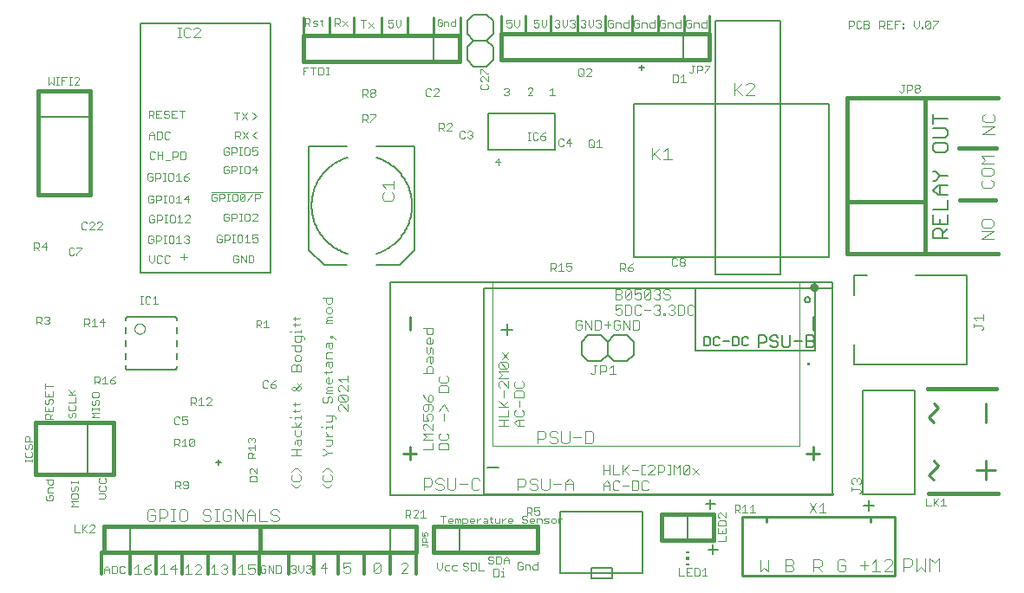
<source format=gbr>
G04 EAGLE Gerber RS-274X export*
G75*
%MOMM*%
%FSLAX34Y34*%
%LPD*%
%INSilkscreen Top*%
%IPPOS*%
%AMOC8*
5,1,8,0,0,1.08239X$1,22.5*%
G01*
%ADD10C,0.076200*%
%ADD11C,0.050800*%
%ADD12C,0.101600*%
%ADD13C,0.254000*%
%ADD14C,0.406400*%
%ADD15C,0.304800*%
%ADD16C,0.127000*%
%ADD17C,0.152400*%
%ADD18C,0.203200*%
%ADD19R,0.300000X0.150000*%
%ADD20R,0.300000X0.300000*%
%ADD21C,0.100000*%
%ADD22C,0.200000*%
%ADD23C,0.200000*%


D10*
X652996Y543735D02*
X651767Y544963D01*
X649310Y544963D01*
X648081Y543735D01*
X648081Y538820D01*
X649310Y537591D01*
X651767Y537591D01*
X652996Y538820D01*
X652996Y541277D01*
X650538Y541277D01*
X655565Y542506D02*
X655565Y537591D01*
X655565Y542506D02*
X659251Y542506D01*
X660480Y541277D01*
X660480Y537591D01*
X667964Y537591D02*
X667964Y544963D01*
X667964Y537591D02*
X664278Y537591D01*
X663049Y538820D01*
X663049Y541277D01*
X664278Y542506D01*
X667964Y542506D01*
X627596Y543735D02*
X626367Y544963D01*
X623910Y544963D01*
X622681Y543735D01*
X622681Y538820D01*
X623910Y537591D01*
X626367Y537591D01*
X627596Y538820D01*
X627596Y541277D01*
X625138Y541277D01*
X630165Y542506D02*
X630165Y537591D01*
X630165Y542506D02*
X633851Y542506D01*
X635080Y541277D01*
X635080Y537591D01*
X642564Y537591D02*
X642564Y544963D01*
X642564Y537591D02*
X638878Y537591D01*
X637649Y538820D01*
X637649Y541277D01*
X638878Y542506D01*
X642564Y542506D01*
X602196Y543735D02*
X600967Y544963D01*
X598510Y544963D01*
X597281Y543735D01*
X597281Y538820D01*
X598510Y537591D01*
X600967Y537591D01*
X602196Y538820D01*
X602196Y541277D01*
X599738Y541277D01*
X604765Y542506D02*
X604765Y537591D01*
X604765Y542506D02*
X608451Y542506D01*
X609680Y541277D01*
X609680Y537591D01*
X617164Y537591D02*
X617164Y544963D01*
X617164Y537591D02*
X613478Y537591D01*
X612249Y538820D01*
X612249Y541277D01*
X613478Y542506D01*
X617164Y542506D01*
X576796Y543735D02*
X575567Y544963D01*
X573110Y544963D01*
X571881Y543735D01*
X571881Y538820D01*
X573110Y537591D01*
X575567Y537591D01*
X576796Y538820D01*
X576796Y541277D01*
X574338Y541277D01*
X579365Y542506D02*
X579365Y537591D01*
X579365Y542506D02*
X583051Y542506D01*
X584280Y541277D01*
X584280Y537591D01*
X591764Y537591D02*
X591764Y544963D01*
X591764Y537591D02*
X588078Y537591D01*
X586849Y538820D01*
X586849Y541277D01*
X588078Y542506D01*
X591764Y542506D01*
X546440Y544963D02*
X545211Y543735D01*
X546440Y544963D02*
X548897Y544963D01*
X550126Y543735D01*
X550126Y542506D01*
X548897Y541277D01*
X547668Y541277D01*
X548897Y541277D02*
X550126Y540048D01*
X550126Y538820D01*
X548897Y537591D01*
X546440Y537591D01*
X545211Y538820D01*
X552695Y540048D02*
X552695Y544963D01*
X552695Y540048D02*
X555153Y537591D01*
X557610Y540048D01*
X557610Y544963D01*
X560179Y543735D02*
X561408Y544963D01*
X563865Y544963D01*
X565094Y543735D01*
X565094Y542506D01*
X563865Y541277D01*
X562637Y541277D01*
X563865Y541277D02*
X565094Y540048D01*
X565094Y538820D01*
X563865Y537591D01*
X561408Y537591D01*
X560179Y538820D01*
X521040Y544963D02*
X519811Y543735D01*
X521040Y544963D02*
X523497Y544963D01*
X524726Y543735D01*
X524726Y542506D01*
X523497Y541277D01*
X522268Y541277D01*
X523497Y541277D02*
X524726Y540048D01*
X524726Y538820D01*
X523497Y537591D01*
X521040Y537591D01*
X519811Y538820D01*
X527295Y540048D02*
X527295Y544963D01*
X527295Y540048D02*
X529753Y537591D01*
X532210Y540048D01*
X532210Y544963D01*
X534779Y543735D02*
X536008Y544963D01*
X538465Y544963D01*
X539694Y543735D01*
X539694Y542506D01*
X538465Y541277D01*
X537237Y541277D01*
X538465Y541277D02*
X539694Y540048D01*
X539694Y538820D01*
X538465Y537591D01*
X536008Y537591D01*
X534779Y538820D01*
X477736Y544963D02*
X472821Y544963D01*
X472821Y541277D01*
X475278Y542506D01*
X476507Y542506D01*
X477736Y541277D01*
X477736Y538820D01*
X476507Y537591D01*
X474050Y537591D01*
X472821Y538820D01*
X480305Y540048D02*
X480305Y544963D01*
X480305Y540048D02*
X482763Y537591D01*
X485220Y540048D01*
X485220Y544963D01*
X499491Y544963D02*
X504406Y544963D01*
X499491Y544963D02*
X499491Y541277D01*
X501948Y542506D01*
X503177Y542506D01*
X504406Y541277D01*
X504406Y538820D01*
X503177Y537591D01*
X500720Y537591D01*
X499491Y538820D01*
X506975Y540048D02*
X506975Y544963D01*
X506975Y540048D02*
X509433Y537591D01*
X511890Y540048D01*
X511890Y544963D01*
D11*
X409790Y544242D02*
X408689Y545344D01*
X406486Y545344D01*
X405384Y544242D01*
X405384Y539836D01*
X406486Y538734D01*
X408689Y538734D01*
X409790Y539836D01*
X409790Y542039D01*
X407587Y542039D01*
X411933Y543140D02*
X411933Y538734D01*
X411933Y543140D02*
X415237Y543140D01*
X416339Y542039D01*
X416339Y538734D01*
X422888Y538734D02*
X422888Y545344D01*
X422888Y538734D02*
X419583Y538734D01*
X418481Y539836D01*
X418481Y542039D01*
X419583Y543140D01*
X422888Y543140D01*
D10*
X362166Y544963D02*
X357251Y544963D01*
X357251Y541277D01*
X359708Y542506D01*
X360937Y542506D01*
X362166Y541277D01*
X362166Y538820D01*
X360937Y537591D01*
X358480Y537591D01*
X357251Y538820D01*
X364735Y540048D02*
X364735Y544963D01*
X364735Y540048D02*
X367193Y537591D01*
X369650Y540048D01*
X369650Y544963D01*
X333038Y544963D02*
X333038Y537591D01*
X330581Y544963D02*
X335496Y544963D01*
X338065Y542506D02*
X342980Y537591D01*
X338065Y537591D02*
X342980Y542506D01*
X305181Y538861D02*
X305181Y546233D01*
X308867Y546233D01*
X310096Y545005D01*
X310096Y542547D01*
X308867Y541318D01*
X305181Y541318D01*
X307638Y541318D02*
X310096Y538861D01*
X312665Y543776D02*
X317580Y538861D01*
X312665Y538861D02*
X317580Y543776D01*
X275971Y546233D02*
X275971Y538861D01*
X275971Y546233D02*
X279657Y546233D01*
X280886Y545005D01*
X280886Y542547D01*
X279657Y541318D01*
X275971Y541318D01*
X278428Y541318D02*
X280886Y538861D01*
X283455Y538861D02*
X287141Y538861D01*
X288370Y540090D01*
X287141Y541318D01*
X284684Y541318D01*
X283455Y542547D01*
X284684Y543776D01*
X288370Y543776D01*
X292168Y545005D02*
X292168Y540090D01*
X293397Y538861D01*
X293397Y543776D02*
X290939Y543776D01*
X23955Y80226D02*
X22727Y78997D01*
X22727Y76540D01*
X23955Y75311D01*
X28870Y75311D01*
X30099Y76540D01*
X30099Y78997D01*
X28870Y80226D01*
X26413Y80226D01*
X26413Y77768D01*
X25184Y82795D02*
X30099Y82795D01*
X25184Y82795D02*
X25184Y86481D01*
X26413Y87710D01*
X30099Y87710D01*
X30099Y95194D02*
X22727Y95194D01*
X30099Y95194D02*
X30099Y91508D01*
X28870Y90279D01*
X26413Y90279D01*
X25184Y91508D01*
X25184Y95194D01*
X9779Y112639D02*
X9779Y115097D01*
X9779Y113868D02*
X2407Y113868D01*
X2407Y112639D02*
X2407Y115097D01*
X2407Y121315D02*
X3635Y122543D01*
X2407Y121315D02*
X2407Y118857D01*
X3635Y117629D01*
X8550Y117629D01*
X9779Y118857D01*
X9779Y121315D01*
X8550Y122543D01*
X2407Y128799D02*
X3635Y130028D01*
X2407Y128799D02*
X2407Y126341D01*
X3635Y125113D01*
X4864Y125113D01*
X6093Y126341D01*
X6093Y128799D01*
X7322Y130028D01*
X8550Y130028D01*
X9779Y128799D01*
X9779Y126341D01*
X8550Y125113D01*
X9779Y132597D02*
X2407Y132597D01*
X2407Y136283D01*
X3635Y137512D01*
X6093Y137512D01*
X7322Y136283D01*
X7322Y132597D01*
X47365Y68951D02*
X54737Y68951D01*
X49822Y71409D02*
X47365Y68951D01*
X49822Y71409D02*
X47365Y73866D01*
X54737Y73866D01*
X47365Y77664D02*
X47365Y80121D01*
X47365Y77664D02*
X48593Y76435D01*
X53508Y76435D01*
X54737Y77664D01*
X54737Y80121D01*
X53508Y81350D01*
X48593Y81350D01*
X47365Y80121D01*
X47365Y87606D02*
X48593Y88834D01*
X47365Y87606D02*
X47365Y85148D01*
X48593Y83919D01*
X49822Y83919D01*
X51051Y85148D01*
X51051Y87606D01*
X52280Y88834D01*
X53508Y88834D01*
X54737Y87606D01*
X54737Y85148D01*
X53508Y83919D01*
X54737Y91404D02*
X54737Y93861D01*
X54737Y92632D02*
X47365Y92632D01*
X47365Y91404D02*
X47365Y93861D01*
X67685Y155819D02*
X75057Y155819D01*
X70142Y158277D02*
X67685Y155819D01*
X70142Y158277D02*
X67685Y160734D01*
X75057Y160734D01*
X75057Y163303D02*
X75057Y165761D01*
X75057Y164532D02*
X67685Y164532D01*
X67685Y163303D02*
X67685Y165761D01*
X67685Y171979D02*
X68913Y173208D01*
X67685Y171979D02*
X67685Y169521D01*
X68913Y168293D01*
X70142Y168293D01*
X71371Y169521D01*
X71371Y171979D01*
X72600Y173208D01*
X73828Y173208D01*
X75057Y171979D01*
X75057Y169521D01*
X73828Y168293D01*
X67685Y177006D02*
X67685Y179463D01*
X67685Y177006D02*
X68913Y175777D01*
X73828Y175777D01*
X75057Y177006D01*
X75057Y179463D01*
X73828Y180692D01*
X68913Y180692D01*
X67685Y179463D01*
X46053Y160779D02*
X44825Y159551D01*
X44825Y157093D01*
X46053Y155864D01*
X47282Y155864D01*
X48511Y157093D01*
X48511Y159551D01*
X49740Y160779D01*
X50968Y160779D01*
X52197Y159551D01*
X52197Y157093D01*
X50968Y155864D01*
X44825Y167035D02*
X46053Y168263D01*
X44825Y167035D02*
X44825Y164577D01*
X46053Y163349D01*
X50968Y163349D01*
X52197Y164577D01*
X52197Y167035D01*
X50968Y168263D01*
X52197Y170833D02*
X44825Y170833D01*
X52197Y170833D02*
X52197Y175748D01*
X52197Y178317D02*
X44825Y178317D01*
X49740Y178317D02*
X44825Y183232D01*
X48511Y179546D02*
X52197Y183232D01*
X74543Y76735D02*
X79458Y76735D01*
X81915Y79192D01*
X79458Y81649D01*
X74543Y81649D01*
X74543Y87905D02*
X75771Y89134D01*
X74543Y87905D02*
X74543Y85447D01*
X75771Y84219D01*
X80686Y84219D01*
X81915Y85447D01*
X81915Y87905D01*
X80686Y89134D01*
X74543Y95389D02*
X75771Y96618D01*
X74543Y95389D02*
X74543Y92932D01*
X75771Y91703D01*
X80686Y91703D01*
X81915Y92932D01*
X81915Y95389D01*
X80686Y96618D01*
X806941Y536591D02*
X806941Y543963D01*
X810627Y543963D01*
X811856Y542735D01*
X811856Y540277D01*
X810627Y539048D01*
X806941Y539048D01*
X818111Y543963D02*
X819340Y542735D01*
X818111Y543963D02*
X815654Y543963D01*
X814425Y542735D01*
X814425Y537820D01*
X815654Y536591D01*
X818111Y536591D01*
X819340Y537820D01*
X821909Y536591D02*
X821909Y543963D01*
X825595Y543963D01*
X826824Y542735D01*
X826824Y541506D01*
X825595Y540277D01*
X826824Y539048D01*
X826824Y537820D01*
X825595Y536591D01*
X821909Y536591D01*
X821909Y540277D02*
X825595Y540277D01*
X836878Y536591D02*
X836878Y543963D01*
X840564Y543963D01*
X841792Y542735D01*
X841792Y540277D01*
X840564Y539048D01*
X836878Y539048D01*
X839335Y539048D02*
X841792Y536591D01*
X844362Y543963D02*
X849277Y543963D01*
X844362Y543963D02*
X844362Y536591D01*
X849277Y536591D01*
X846819Y540277D02*
X844362Y540277D01*
X851846Y536591D02*
X851846Y543963D01*
X856761Y543963D01*
X854303Y540277D02*
X851846Y540277D01*
X859330Y541506D02*
X860559Y541506D01*
X860559Y540277D01*
X859330Y540277D01*
X859330Y541506D01*
X859330Y537820D02*
X860559Y537820D01*
X860559Y536591D01*
X859330Y536591D01*
X859330Y537820D01*
X870556Y539048D02*
X870556Y543963D01*
X870556Y539048D02*
X873014Y536591D01*
X875471Y539048D01*
X875471Y543963D01*
X878040Y537820D02*
X878040Y536591D01*
X878040Y537820D02*
X879269Y537820D01*
X879269Y536591D01*
X878040Y536591D01*
X881783Y537820D02*
X881783Y542735D01*
X883011Y543963D01*
X885469Y543963D01*
X886697Y542735D01*
X886697Y537820D01*
X885469Y536591D01*
X883011Y536591D01*
X881783Y537820D01*
X886697Y542735D01*
X889267Y543963D02*
X894182Y543963D01*
X894182Y542735D01*
X889267Y537820D01*
X889267Y536591D01*
D12*
X937758Y433050D02*
X949452Y433050D01*
X949452Y440846D02*
X937758Y433050D01*
X937758Y440846D02*
X949452Y440846D01*
X939707Y452540D02*
X937758Y450591D01*
X937758Y446693D01*
X939707Y444744D01*
X947503Y444744D01*
X949452Y446693D01*
X949452Y450591D01*
X947503Y452540D01*
X938437Y388512D02*
X936488Y386563D01*
X936488Y382665D01*
X938437Y380716D01*
X946233Y380716D01*
X948182Y382665D01*
X948182Y386563D01*
X946233Y388512D01*
X936488Y394359D02*
X936488Y398257D01*
X936488Y394359D02*
X938437Y392410D01*
X946233Y392410D01*
X948182Y394359D01*
X948182Y398257D01*
X946233Y400206D01*
X938437Y400206D01*
X936488Y398257D01*
X936488Y404104D02*
X948182Y404104D01*
X940386Y408002D02*
X936488Y404104D01*
X940386Y408002D02*
X936488Y411900D01*
X948182Y411900D01*
X948182Y330180D02*
X936488Y330180D01*
X948182Y337976D01*
X936488Y337976D01*
X936488Y343823D02*
X936488Y347721D01*
X936488Y343823D02*
X938437Y341874D01*
X946233Y341874D01*
X948182Y343823D01*
X948182Y347721D01*
X946233Y349670D01*
X938437Y349670D01*
X936488Y347721D01*
D10*
X488404Y13129D02*
X487175Y14357D01*
X484718Y14357D01*
X483489Y13129D01*
X483489Y8214D01*
X484718Y6985D01*
X487175Y6985D01*
X488404Y8214D01*
X488404Y10671D01*
X485946Y10671D01*
X490973Y11900D02*
X490973Y6985D01*
X490973Y11900D02*
X494659Y11900D01*
X495888Y10671D01*
X495888Y6985D01*
X503372Y6985D02*
X503372Y14357D01*
X503372Y6985D02*
X499686Y6985D01*
X498457Y8214D01*
X498457Y10671D01*
X499686Y11900D01*
X503372Y11900D01*
X404749Y14103D02*
X404749Y9188D01*
X407206Y6731D01*
X409664Y9188D01*
X409664Y14103D01*
X413462Y11646D02*
X417148Y11646D01*
X413462Y11646D02*
X412233Y10417D01*
X412233Y7960D01*
X413462Y6731D01*
X417148Y6731D01*
X420946Y11646D02*
X424632Y11646D01*
X420946Y11646D02*
X419717Y10417D01*
X419717Y7960D01*
X420946Y6731D01*
X424632Y6731D01*
X458931Y20199D02*
X460160Y18971D01*
X458931Y20199D02*
X456473Y20199D01*
X455245Y18971D01*
X455245Y17742D01*
X456473Y16513D01*
X458931Y16513D01*
X460160Y15284D01*
X460160Y14056D01*
X458931Y12827D01*
X456473Y12827D01*
X455245Y14056D01*
X462729Y12827D02*
X462729Y20199D01*
X462729Y12827D02*
X466415Y12827D01*
X467644Y14056D01*
X467644Y18971D01*
X466415Y20199D01*
X462729Y20199D01*
X470213Y17742D02*
X470213Y12827D01*
X470213Y17742D02*
X472671Y20199D01*
X475128Y17742D01*
X475128Y12827D01*
X475128Y16513D02*
X470213Y16513D01*
X460234Y8007D02*
X460234Y635D01*
X463920Y635D01*
X465149Y1864D01*
X465149Y6779D01*
X463920Y8007D01*
X460234Y8007D01*
X467718Y5550D02*
X468947Y5550D01*
X468947Y635D01*
X467718Y635D02*
X470176Y635D01*
X468947Y8007D02*
X468947Y9236D01*
D11*
X411059Y52578D02*
X411059Y59696D01*
X413431Y59696D02*
X408686Y59696D01*
X416889Y52578D02*
X419261Y52578D01*
X416889Y52578D02*
X415702Y53764D01*
X415702Y56137D01*
X416889Y57323D01*
X419261Y57323D01*
X420448Y56137D01*
X420448Y54951D01*
X415702Y54951D01*
X422719Y52578D02*
X422719Y57323D01*
X423905Y57323D01*
X425091Y56137D01*
X425091Y52578D01*
X425091Y56137D02*
X426278Y57323D01*
X427464Y56137D01*
X427464Y52578D01*
X429735Y50205D02*
X429735Y57323D01*
X433294Y57323D01*
X434481Y56137D01*
X434481Y53764D01*
X433294Y52578D01*
X429735Y52578D01*
X437938Y52578D02*
X440311Y52578D01*
X437938Y52578D02*
X436752Y53764D01*
X436752Y56137D01*
X437938Y57323D01*
X440311Y57323D01*
X441497Y56137D01*
X441497Y54951D01*
X436752Y54951D01*
X443768Y52578D02*
X443768Y57323D01*
X443768Y54951D02*
X446141Y57323D01*
X447327Y57323D01*
X450801Y57323D02*
X453174Y57323D01*
X454360Y56137D01*
X454360Y52578D01*
X450801Y52578D01*
X449615Y53764D01*
X450801Y54951D01*
X454360Y54951D01*
X457818Y53764D02*
X457818Y58510D01*
X457818Y53764D02*
X459004Y52578D01*
X459004Y57323D02*
X456631Y57323D01*
X461309Y57323D02*
X461309Y53764D01*
X462495Y52578D01*
X466054Y52578D01*
X466054Y57323D01*
X468325Y57323D02*
X468325Y52578D01*
X468325Y54951D02*
X470698Y57323D01*
X471884Y57323D01*
X475359Y52578D02*
X477731Y52578D01*
X475359Y52578D02*
X474172Y53764D01*
X474172Y56137D01*
X475359Y57323D01*
X477731Y57323D01*
X478918Y56137D01*
X478918Y54951D01*
X474172Y54951D01*
X491764Y59696D02*
X492950Y58510D01*
X491764Y59696D02*
X489391Y59696D01*
X488205Y58510D01*
X488205Y57323D01*
X489391Y56137D01*
X491764Y56137D01*
X492950Y54951D01*
X492950Y53764D01*
X491764Y52578D01*
X489391Y52578D01*
X488205Y53764D01*
X496408Y52578D02*
X498780Y52578D01*
X496408Y52578D02*
X495221Y53764D01*
X495221Y56137D01*
X496408Y57323D01*
X498780Y57323D01*
X499967Y56137D01*
X499967Y54951D01*
X495221Y54951D01*
X502238Y52578D02*
X502238Y57323D01*
X505797Y57323D01*
X506983Y56137D01*
X506983Y52578D01*
X509254Y52578D02*
X512813Y52578D01*
X513999Y53764D01*
X512813Y54951D01*
X510440Y54951D01*
X509254Y56137D01*
X510440Y57323D01*
X513999Y57323D01*
X517457Y52578D02*
X519829Y52578D01*
X521016Y53764D01*
X521016Y56137D01*
X519829Y57323D01*
X517457Y57323D01*
X516270Y56137D01*
X516270Y53764D01*
X517457Y52578D01*
X523287Y52578D02*
X523287Y57323D01*
X523287Y54951D02*
X525659Y57323D01*
X526846Y57323D01*
D13*
X467360Y532130D02*
X467360Y548640D01*
X491490Y548640D02*
X491490Y530860D01*
X515620Y532130D02*
X515620Y548640D01*
X542290Y548640D02*
X542290Y532130D01*
X568960Y532130D02*
X568960Y548640D01*
X595630Y548640D02*
X595630Y532130D01*
X621030Y532130D02*
X621030Y548640D01*
X646430Y548640D02*
X646430Y532130D01*
X670560Y532130D02*
X670560Y548640D01*
X274320Y547370D02*
X274320Y530860D01*
X299720Y530860D02*
X299720Y547370D01*
X323850Y547370D02*
X323850Y530860D01*
X350520Y530860D02*
X350520Y547370D01*
X375920Y547370D02*
X375920Y530860D01*
X401320Y530860D02*
X401320Y547370D01*
X427990Y547370D02*
X427990Y530860D01*
D10*
X29591Y154305D02*
X22219Y154305D01*
X22219Y157991D01*
X23447Y159220D01*
X25905Y159220D01*
X27134Y157991D01*
X27134Y154305D01*
X27134Y156762D02*
X29591Y159220D01*
X22219Y161789D02*
X22219Y166704D01*
X22219Y161789D02*
X29591Y161789D01*
X29591Y166704D01*
X25905Y164247D02*
X25905Y161789D01*
X22219Y172959D02*
X23447Y174188D01*
X22219Y172959D02*
X22219Y170502D01*
X23447Y169273D01*
X24676Y169273D01*
X25905Y170502D01*
X25905Y172959D01*
X27134Y174188D01*
X28362Y174188D01*
X29591Y172959D01*
X29591Y170502D01*
X28362Y169273D01*
X22219Y176757D02*
X22219Y181672D01*
X22219Y176757D02*
X29591Y176757D01*
X29591Y181672D01*
X25905Y179215D02*
X25905Y176757D01*
X29591Y186699D02*
X22219Y186699D01*
X22219Y184242D02*
X22219Y189156D01*
D13*
X885331Y99657D02*
X889992Y94996D01*
X885331Y99657D02*
X894653Y108978D01*
X889992Y113639D01*
X889992Y151127D02*
X885331Y155788D01*
X894653Y165109D01*
X889992Y169770D01*
X940550Y113639D02*
X940550Y94996D01*
X931229Y104317D02*
X949871Y104317D01*
X940550Y151127D02*
X940550Y169770D01*
D14*
X952500Y468630D02*
X882650Y468630D01*
X914400Y419100D02*
X951230Y419100D01*
X949960Y368300D02*
X915670Y368300D01*
X881380Y316230D02*
X952500Y316230D01*
X951230Y184150D02*
X883920Y184150D01*
X885190Y81280D02*
X952500Y81280D01*
D10*
X80137Y8344D02*
X80137Y3429D01*
X80137Y8344D02*
X82594Y10801D01*
X85052Y8344D01*
X85052Y3429D01*
X85052Y7115D02*
X80137Y7115D01*
X87621Y10801D02*
X87621Y3429D01*
X91307Y3429D01*
X92536Y4658D01*
X92536Y9573D01*
X91307Y10801D01*
X87621Y10801D01*
X98791Y10801D02*
X100020Y9573D01*
X98791Y10801D02*
X96334Y10801D01*
X95105Y9573D01*
X95105Y4658D01*
X96334Y3429D01*
X98791Y3429D01*
X100020Y4658D01*
X109601Y9192D02*
X112736Y12327D01*
X112736Y2921D01*
X109601Y2921D02*
X115872Y2921D01*
X122092Y10759D02*
X125227Y12327D01*
X122092Y10759D02*
X118956Y7624D01*
X118956Y4489D01*
X120524Y2921D01*
X123659Y2921D01*
X125227Y4489D01*
X125227Y6056D01*
X123659Y7624D01*
X118956Y7624D01*
X135001Y9192D02*
X138136Y12327D01*
X138136Y2921D01*
X135001Y2921D02*
X141272Y2921D01*
X149059Y2921D02*
X149059Y12327D01*
X144356Y7624D01*
X150627Y7624D01*
X159131Y9192D02*
X162266Y12327D01*
X162266Y2921D01*
X159131Y2921D02*
X165402Y2921D01*
X168486Y2921D02*
X174757Y2921D01*
X168486Y2921D02*
X174757Y9192D01*
X174757Y10759D01*
X173189Y12327D01*
X170054Y12327D01*
X168486Y10759D01*
X184531Y9192D02*
X187666Y12327D01*
X187666Y2921D01*
X184531Y2921D02*
X190802Y2921D01*
X193886Y10759D02*
X195454Y12327D01*
X198589Y12327D01*
X200157Y10759D01*
X200157Y9192D01*
X198589Y7624D01*
X197022Y7624D01*
X198589Y7624D02*
X200157Y6056D01*
X200157Y4489D01*
X198589Y2921D01*
X195454Y2921D01*
X193886Y4489D01*
X211201Y9192D02*
X214336Y12327D01*
X214336Y2921D01*
X211201Y2921D02*
X217472Y2921D01*
X220556Y12327D02*
X226827Y12327D01*
X220556Y12327D02*
X220556Y7624D01*
X223692Y9192D01*
X225259Y9192D01*
X226827Y7624D01*
X226827Y4489D01*
X225259Y2921D01*
X222124Y2921D01*
X220556Y4489D01*
X236477Y11563D02*
X237706Y10335D01*
X236477Y11563D02*
X234020Y11563D01*
X232791Y10335D01*
X232791Y5420D01*
X234020Y4191D01*
X236477Y4191D01*
X237706Y5420D01*
X237706Y7877D01*
X235248Y7877D01*
X240275Y4191D02*
X240275Y11563D01*
X245190Y4191D01*
X245190Y11563D01*
X247759Y11563D02*
X247759Y4191D01*
X251445Y4191D01*
X252674Y5420D01*
X252674Y10335D01*
X251445Y11563D01*
X247759Y11563D01*
X262001Y10335D02*
X263230Y11563D01*
X265687Y11563D01*
X266916Y10335D01*
X266916Y9106D01*
X265687Y7877D01*
X264458Y7877D01*
X265687Y7877D02*
X266916Y6648D01*
X266916Y5420D01*
X265687Y4191D01*
X263230Y4191D01*
X262001Y5420D01*
X269485Y6648D02*
X269485Y11563D01*
X269485Y6648D02*
X271943Y4191D01*
X274400Y6648D01*
X274400Y11563D01*
X276969Y10335D02*
X278198Y11563D01*
X280655Y11563D01*
X281884Y10335D01*
X281884Y9106D01*
X280655Y7877D01*
X279427Y7877D01*
X280655Y7877D02*
X281884Y6648D01*
X281884Y5420D01*
X280655Y4191D01*
X278198Y4191D01*
X276969Y5420D01*
X295914Y4191D02*
X295914Y13597D01*
X291211Y8894D01*
X297482Y8894D01*
X313817Y13597D02*
X320088Y13597D01*
X313817Y13597D02*
X313817Y8894D01*
X316952Y10462D01*
X318520Y10462D01*
X320088Y8894D01*
X320088Y5759D01*
X318520Y4191D01*
X315385Y4191D01*
X313817Y5759D01*
X343281Y5759D02*
X343281Y12029D01*
X344849Y13597D01*
X347984Y13597D01*
X349552Y12029D01*
X349552Y5759D01*
X347984Y4191D01*
X344849Y4191D01*
X343281Y5759D01*
X349552Y12029D01*
X369951Y4191D02*
X376222Y4191D01*
X369951Y4191D02*
X376222Y10462D01*
X376222Y12029D01*
X374654Y13597D01*
X371519Y13597D01*
X369951Y12029D01*
D15*
X105410Y2540D02*
X105410Y24130D01*
X130810Y24130D02*
X130810Y2540D01*
X156210Y2540D02*
X156210Y24130D01*
X181610Y24130D02*
X181610Y2540D01*
X207010Y2540D02*
X207010Y24130D01*
X231140Y24130D02*
X231140Y2540D01*
X260350Y2540D02*
X260350Y24130D01*
X284480Y24130D02*
X284480Y2540D01*
X308610Y2540D02*
X308610Y24130D01*
X334010Y24130D02*
X334010Y2540D01*
X359410Y2540D02*
X359410Y24130D01*
X384810Y24130D02*
X384810Y2540D01*
X77470Y2540D02*
X77470Y24130D01*
D12*
X127767Y66050D02*
X129716Y64101D01*
X127767Y66050D02*
X123869Y66050D01*
X121920Y64101D01*
X121920Y56305D01*
X123869Y54356D01*
X127767Y54356D01*
X129716Y56305D01*
X129716Y60203D01*
X125818Y60203D01*
X133614Y54356D02*
X133614Y66050D01*
X139461Y66050D01*
X141410Y64101D01*
X141410Y60203D01*
X139461Y58254D01*
X133614Y58254D01*
X145308Y54356D02*
X149206Y54356D01*
X147257Y54356D02*
X147257Y66050D01*
X145308Y66050D02*
X149206Y66050D01*
X155053Y66050D02*
X158951Y66050D01*
X155053Y66050D02*
X153104Y64101D01*
X153104Y56305D01*
X155053Y54356D01*
X158951Y54356D01*
X160900Y56305D01*
X160900Y64101D01*
X158951Y66050D01*
X182339Y66050D02*
X184288Y64101D01*
X182339Y66050D02*
X178441Y66050D01*
X176492Y64101D01*
X176492Y62152D01*
X178441Y60203D01*
X182339Y60203D01*
X184288Y58254D01*
X184288Y56305D01*
X182339Y54356D01*
X178441Y54356D01*
X176492Y56305D01*
X188186Y54356D02*
X192084Y54356D01*
X190135Y54356D02*
X190135Y66050D01*
X188186Y66050D02*
X192084Y66050D01*
X201829Y66050D02*
X203778Y64101D01*
X201829Y66050D02*
X197931Y66050D01*
X195982Y64101D01*
X195982Y56305D01*
X197931Y54356D01*
X201829Y54356D01*
X203778Y56305D01*
X203778Y60203D01*
X199880Y60203D01*
X207676Y54356D02*
X207676Y66050D01*
X215472Y54356D01*
X215472Y66050D01*
X219370Y62152D02*
X219370Y54356D01*
X219370Y62152D02*
X223268Y66050D01*
X227166Y62152D01*
X227166Y54356D01*
X227166Y60203D02*
X219370Y60203D01*
X231064Y66050D02*
X231064Y54356D01*
X238860Y54356D01*
X250554Y64101D02*
X248605Y66050D01*
X244707Y66050D01*
X242758Y64101D01*
X242758Y62152D01*
X244707Y60203D01*
X248605Y60203D01*
X250554Y58254D01*
X250554Y56305D01*
X248605Y54356D01*
X244707Y54356D01*
X242758Y56305D01*
X268983Y87630D02*
X272034Y90681D01*
X268983Y87630D02*
X265933Y87630D01*
X262882Y90681D01*
X262882Y98443D02*
X264408Y99968D01*
X262882Y98443D02*
X262882Y95392D01*
X264408Y93867D01*
X270509Y93867D01*
X272034Y95392D01*
X272034Y98443D01*
X270509Y99968D01*
X272034Y103222D02*
X268983Y106273D01*
X265933Y106273D01*
X262882Y103222D01*
X262882Y118814D02*
X272034Y118814D01*
X267458Y118814D02*
X267458Y124915D01*
X262882Y124915D02*
X272034Y124915D01*
X265933Y129694D02*
X265933Y132745D01*
X267458Y134270D01*
X272034Y134270D01*
X272034Y129694D01*
X270509Y128169D01*
X268983Y129694D01*
X268983Y134270D01*
X265933Y139050D02*
X265933Y143626D01*
X265933Y139050D02*
X267458Y137524D01*
X270509Y137524D01*
X272034Y139050D01*
X272034Y143626D01*
X272034Y146880D02*
X262882Y146880D01*
X268983Y146880D02*
X272034Y151455D01*
X268983Y146880D02*
X265933Y151455D01*
X265933Y154675D02*
X265933Y156201D01*
X272034Y156201D01*
X272034Y157726D02*
X272034Y154675D01*
X262882Y156201D02*
X261357Y156201D01*
X264408Y162438D02*
X270509Y162438D01*
X272034Y163963D01*
X265933Y163963D02*
X265933Y160912D01*
X264408Y168674D02*
X270509Y168674D01*
X272034Y170200D01*
X265933Y170200D02*
X265933Y167149D01*
X272034Y185792D02*
X268983Y188842D01*
X272034Y185792D02*
X272034Y184266D01*
X270509Y182741D01*
X268983Y182741D01*
X265933Y185792D01*
X264408Y185792D01*
X262882Y184266D01*
X264408Y182741D01*
X265933Y182741D01*
X272034Y188842D01*
X272034Y201451D02*
X262882Y201451D01*
X262882Y206027D01*
X264408Y207553D01*
X265933Y207553D01*
X267458Y206027D01*
X268983Y207553D01*
X270509Y207553D01*
X272034Y206027D01*
X272034Y201451D01*
X267458Y201451D02*
X267458Y206027D01*
X272034Y212332D02*
X272034Y215382D01*
X270509Y216908D01*
X267458Y216908D01*
X265933Y215382D01*
X265933Y212332D01*
X267458Y210807D01*
X270509Y210807D01*
X272034Y212332D01*
X272034Y226263D02*
X262882Y226263D01*
X272034Y226263D02*
X272034Y221687D01*
X270509Y220162D01*
X267458Y220162D01*
X265933Y221687D01*
X265933Y226263D01*
X275085Y232568D02*
X275085Y234093D01*
X273559Y235618D01*
X265933Y235618D01*
X265933Y231042D01*
X267458Y229517D01*
X270509Y229517D01*
X272034Y231042D01*
X272034Y235618D01*
X265933Y238872D02*
X265933Y240397D01*
X272034Y240397D01*
X272034Y238872D02*
X272034Y241923D01*
X262882Y240397D02*
X261357Y240397D01*
X264408Y246634D02*
X270509Y246634D01*
X272034Y248160D01*
X265933Y248160D02*
X265933Y245109D01*
X264408Y252871D02*
X270509Y252871D01*
X272034Y254396D01*
X265933Y254396D02*
X265933Y251346D01*
X302514Y90681D02*
X299463Y87630D01*
X296413Y87630D01*
X293362Y90681D01*
X293362Y98443D02*
X294888Y99968D01*
X293362Y98443D02*
X293362Y95392D01*
X294888Y93867D01*
X300989Y93867D01*
X302514Y95392D01*
X302514Y98443D01*
X300989Y99968D01*
X302514Y103222D02*
X299463Y106273D01*
X296413Y106273D01*
X293362Y103222D01*
X293362Y118814D02*
X294888Y118814D01*
X297938Y121865D01*
X294888Y124915D01*
X293362Y124915D01*
X297938Y121865D02*
X302514Y121865D01*
X300989Y128169D02*
X296413Y128169D01*
X300989Y128169D02*
X302514Y129694D01*
X302514Y134270D01*
X296413Y134270D01*
X296413Y137524D02*
X302514Y137524D01*
X299463Y137524D02*
X296413Y140575D01*
X296413Y142100D01*
X296413Y145320D02*
X296413Y146846D01*
X302514Y146846D01*
X302514Y148371D02*
X302514Y145320D01*
X293362Y146846D02*
X291837Y146846D01*
X296413Y151557D02*
X300989Y151557D01*
X302514Y153082D01*
X302514Y157658D01*
X304039Y157658D02*
X296413Y157658D01*
X304039Y157658D02*
X305565Y156133D01*
X305565Y154608D01*
X293362Y174843D02*
X294888Y176369D01*
X293362Y174843D02*
X293362Y171793D01*
X294888Y170267D01*
X296413Y170267D01*
X297938Y171793D01*
X297938Y174843D01*
X299463Y176369D01*
X300989Y176369D01*
X302514Y174843D01*
X302514Y171793D01*
X300989Y170267D01*
X302514Y179623D02*
X296413Y179623D01*
X296413Y181148D01*
X297938Y182673D01*
X302514Y182673D01*
X297938Y182673D02*
X296413Y184199D01*
X297938Y185724D01*
X302514Y185724D01*
X302514Y190503D02*
X302514Y193554D01*
X302514Y190503D02*
X300989Y188978D01*
X297938Y188978D01*
X296413Y190503D01*
X296413Y193554D01*
X297938Y195079D01*
X299463Y195079D01*
X299463Y188978D01*
X300989Y199858D02*
X294888Y199858D01*
X300989Y199858D02*
X302514Y201384D01*
X296413Y201384D02*
X296413Y198333D01*
X296413Y206095D02*
X296413Y209146D01*
X297938Y210671D01*
X302514Y210671D01*
X302514Y206095D01*
X300989Y204570D01*
X299463Y206095D01*
X299463Y210671D01*
X296413Y213925D02*
X302514Y213925D01*
X296413Y213925D02*
X296413Y218501D01*
X297938Y220026D01*
X302514Y220026D01*
X296413Y224805D02*
X296413Y227856D01*
X297938Y229381D01*
X302514Y229381D01*
X302514Y224805D01*
X300989Y223280D01*
X299463Y224805D01*
X299463Y229381D01*
X305565Y232635D02*
X302514Y235686D01*
X300989Y235686D01*
X300989Y234161D01*
X302514Y234161D01*
X302514Y235686D01*
X302514Y248227D02*
X296413Y248227D01*
X296413Y249753D01*
X297938Y251278D01*
X302514Y251278D01*
X297938Y251278D02*
X296413Y252803D01*
X297938Y254329D01*
X302514Y254329D01*
X302514Y259108D02*
X302514Y262158D01*
X300989Y263684D01*
X297938Y263684D01*
X296413Y262158D01*
X296413Y259108D01*
X297938Y257583D01*
X300989Y257583D01*
X302514Y259108D01*
X302514Y273039D02*
X293362Y273039D01*
X302514Y273039D02*
X302514Y268463D01*
X300989Y266938D01*
X297938Y266938D01*
X296413Y268463D01*
X296413Y273039D01*
X317754Y168573D02*
X317754Y162472D01*
X311653Y168573D01*
X310128Y168573D01*
X308602Y167047D01*
X308602Y163997D01*
X310128Y162472D01*
X310128Y171827D02*
X316229Y171827D01*
X310128Y171827D02*
X308602Y173352D01*
X308602Y176403D01*
X310128Y177928D01*
X316229Y177928D01*
X317754Y176403D01*
X317754Y173352D01*
X316229Y171827D01*
X310128Y177928D01*
X317754Y181182D02*
X317754Y187283D01*
X317754Y181182D02*
X311653Y187283D01*
X310128Y187283D01*
X308602Y185758D01*
X308602Y182707D01*
X310128Y181182D01*
X311653Y190537D02*
X308602Y193588D01*
X317754Y193588D01*
X317754Y196638D02*
X317754Y190537D01*
D16*
X669671Y26930D02*
X678992Y26930D01*
X674332Y31591D02*
X674332Y22269D01*
X676452Y71380D02*
X667131Y71380D01*
X671792Y76041D02*
X671792Y66719D01*
D12*
X860044Y18553D02*
X860044Y5334D01*
X860044Y18553D02*
X866654Y18553D01*
X868857Y16350D01*
X868857Y11944D01*
X866654Y9740D01*
X860044Y9740D01*
X873141Y5334D02*
X873141Y18553D01*
X877548Y9740D02*
X873141Y5334D01*
X877548Y9740D02*
X881954Y5334D01*
X881954Y18553D01*
X886239Y18553D02*
X886239Y5334D01*
X890645Y14147D02*
X886239Y18553D01*
X890645Y14147D02*
X895051Y18553D01*
X895051Y5334D01*
D10*
X274193Y491109D02*
X274193Y498481D01*
X279108Y498481D01*
X276650Y494795D02*
X274193Y494795D01*
X284135Y491109D02*
X284135Y498481D01*
X286592Y498481D02*
X281677Y498481D01*
X289161Y498481D02*
X289161Y491109D01*
X292847Y491109D01*
X294076Y492338D01*
X294076Y497253D01*
X292847Y498481D01*
X289161Y498481D01*
X296645Y491109D02*
X299103Y491109D01*
X297874Y491109D02*
X297874Y498481D01*
X296645Y498481D02*
X299103Y498481D01*
X567413Y109355D02*
X567413Y99949D01*
X567413Y104652D02*
X573683Y104652D01*
X573683Y109355D02*
X573683Y99949D01*
X576768Y99949D02*
X576768Y109355D01*
X576768Y99949D02*
X583039Y99949D01*
X586123Y99949D02*
X586123Y109355D01*
X586123Y103084D02*
X592394Y109355D01*
X587691Y104652D02*
X592394Y99949D01*
X595478Y104652D02*
X601749Y104652D01*
X604833Y99949D02*
X607969Y99949D01*
X604833Y99949D02*
X604833Y109355D01*
X607969Y109355D01*
X611070Y99949D02*
X617341Y99949D01*
X611070Y99949D02*
X617341Y106220D01*
X617341Y107787D01*
X615773Y109355D01*
X612638Y109355D01*
X611070Y107787D01*
X620425Y109355D02*
X620425Y99949D01*
X620425Y109355D02*
X625128Y109355D01*
X626696Y107787D01*
X626696Y104652D01*
X625128Y103084D01*
X620425Y103084D01*
X629781Y99949D02*
X632916Y99949D01*
X632916Y109355D01*
X629781Y109355D01*
X636017Y109355D02*
X636017Y99949D01*
X639153Y106220D02*
X636017Y109355D01*
X639153Y106220D02*
X642288Y109355D01*
X642288Y99949D01*
X645373Y101517D02*
X645373Y107787D01*
X646940Y109355D01*
X650076Y109355D01*
X651643Y107787D01*
X651643Y101517D01*
X650076Y99949D01*
X646940Y99949D01*
X645373Y101517D01*
X651643Y107787D01*
X654728Y106220D02*
X660998Y99949D01*
X654728Y99949D02*
X660998Y106220D01*
X567413Y90980D02*
X567413Y84709D01*
X567413Y90980D02*
X570548Y94115D01*
X573683Y90980D01*
X573683Y84709D01*
X573683Y89412D02*
X567413Y89412D01*
X581471Y94115D02*
X583039Y92547D01*
X581471Y94115D02*
X578336Y94115D01*
X576768Y92547D01*
X576768Y86277D01*
X578336Y84709D01*
X581471Y84709D01*
X583039Y86277D01*
X586123Y89412D02*
X592394Y89412D01*
X595478Y94115D02*
X595478Y84709D01*
X600181Y84709D01*
X601749Y86277D01*
X601749Y92547D01*
X600181Y94115D01*
X595478Y94115D01*
X609536Y94115D02*
X611104Y92547D01*
X609536Y94115D02*
X606401Y94115D01*
X604833Y92547D01*
X604833Y86277D01*
X606401Y84709D01*
X609536Y84709D01*
X611104Y86277D01*
D17*
X450596Y282702D02*
X790702Y282702D01*
X790702Y81280D01*
X791464Y80518D01*
X450342Y80518D01*
X450342Y282702D01*
X454152Y106941D02*
X464999Y106941D01*
X467868Y242069D02*
X478715Y242069D01*
X473291Y247492D02*
X473291Y236646D01*
D10*
X579247Y271653D02*
X579247Y281059D01*
X583950Y281059D01*
X585518Y279491D01*
X585518Y277924D01*
X583950Y276356D01*
X585518Y274788D01*
X585518Y273221D01*
X583950Y271653D01*
X579247Y271653D01*
X579247Y276356D02*
X583950Y276356D01*
X588602Y273221D02*
X588602Y279491D01*
X590170Y281059D01*
X593305Y281059D01*
X594873Y279491D01*
X594873Y273221D01*
X593305Y271653D01*
X590170Y271653D01*
X588602Y273221D01*
X594873Y279491D01*
X597957Y281059D02*
X604228Y281059D01*
X597957Y281059D02*
X597957Y276356D01*
X601093Y277924D01*
X602660Y277924D01*
X604228Y276356D01*
X604228Y273221D01*
X602660Y271653D01*
X599525Y271653D01*
X597957Y273221D01*
X607313Y273221D02*
X607313Y279491D01*
X608880Y281059D01*
X612016Y281059D01*
X613583Y279491D01*
X613583Y273221D01*
X612016Y271653D01*
X608880Y271653D01*
X607313Y273221D01*
X613583Y279491D01*
X616668Y279491D02*
X618235Y281059D01*
X621371Y281059D01*
X622938Y279491D01*
X622938Y277924D01*
X621371Y276356D01*
X619803Y276356D01*
X621371Y276356D02*
X622938Y274788D01*
X622938Y273221D01*
X621371Y271653D01*
X618235Y271653D01*
X616668Y273221D01*
X630726Y281059D02*
X632294Y279491D01*
X630726Y281059D02*
X627591Y281059D01*
X626023Y279491D01*
X626023Y277924D01*
X627591Y276356D01*
X630726Y276356D01*
X632294Y274788D01*
X632294Y273221D01*
X630726Y271653D01*
X627591Y271653D01*
X626023Y273221D01*
X585518Y265819D02*
X579247Y265819D01*
X579247Y261116D01*
X582382Y262684D01*
X583950Y262684D01*
X585518Y261116D01*
X585518Y257981D01*
X583950Y256413D01*
X580815Y256413D01*
X579247Y257981D01*
X588602Y256413D02*
X588602Y265819D01*
X588602Y256413D02*
X593305Y256413D01*
X594873Y257981D01*
X594873Y264251D01*
X593305Y265819D01*
X588602Y265819D01*
X602660Y265819D02*
X604228Y264251D01*
X602660Y265819D02*
X599525Y265819D01*
X597957Y264251D01*
X597957Y257981D01*
X599525Y256413D01*
X602660Y256413D01*
X604228Y257981D01*
X607313Y261116D02*
X613583Y261116D01*
X616668Y264251D02*
X618235Y265819D01*
X621371Y265819D01*
X622938Y264251D01*
X622938Y262684D01*
X621371Y261116D01*
X619803Y261116D01*
X621371Y261116D02*
X622938Y259548D01*
X622938Y257981D01*
X621371Y256413D01*
X618235Y256413D01*
X616668Y257981D01*
X626023Y257981D02*
X626023Y256413D01*
X626023Y257981D02*
X627591Y257981D01*
X627591Y256413D01*
X626023Y256413D01*
X630701Y264251D02*
X632268Y265819D01*
X635404Y265819D01*
X636971Y264251D01*
X636971Y262684D01*
X635404Y261116D01*
X633836Y261116D01*
X635404Y261116D02*
X636971Y259548D01*
X636971Y257981D01*
X635404Y256413D01*
X632268Y256413D01*
X630701Y257981D01*
X640056Y256413D02*
X640056Y265819D01*
X640056Y256413D02*
X644759Y256413D01*
X646326Y257981D01*
X646326Y264251D01*
X644759Y265819D01*
X640056Y265819D01*
X654114Y265819D02*
X655682Y264251D01*
X654114Y265819D02*
X650979Y265819D01*
X649411Y264251D01*
X649411Y257981D01*
X650979Y256413D01*
X654114Y256413D01*
X655682Y257981D01*
X400939Y124841D02*
X391533Y124841D01*
X400939Y124841D02*
X400939Y131112D01*
X400939Y134196D02*
X391533Y134196D01*
X394668Y137332D01*
X391533Y140467D01*
X400939Y140467D01*
X400939Y143551D02*
X400939Y149822D01*
X400939Y143551D02*
X394668Y149822D01*
X393101Y149822D01*
X391533Y148254D01*
X391533Y145119D01*
X393101Y143551D01*
X391533Y152907D02*
X391533Y159177D01*
X391533Y152907D02*
X396236Y152907D01*
X394668Y156042D01*
X394668Y157610D01*
X396236Y159177D01*
X399371Y159177D01*
X400939Y157610D01*
X400939Y154474D01*
X399371Y152907D01*
X399371Y162262D02*
X400939Y163829D01*
X400939Y166965D01*
X399371Y168532D01*
X393101Y168532D01*
X391533Y166965D01*
X391533Y163829D01*
X393101Y162262D01*
X394668Y162262D01*
X396236Y163829D01*
X396236Y168532D01*
X393101Y174752D02*
X391533Y177888D01*
X393101Y174752D02*
X396236Y171617D01*
X399371Y171617D01*
X400939Y173185D01*
X400939Y176320D01*
X399371Y177888D01*
X397804Y177888D01*
X396236Y176320D01*
X396236Y171617D01*
X391533Y199683D02*
X400939Y199683D01*
X400939Y204386D01*
X399371Y205953D01*
X396236Y205953D01*
X394668Y204386D01*
X394668Y199683D01*
X394668Y210605D02*
X394668Y213741D01*
X396236Y215308D01*
X400939Y215308D01*
X400939Y210605D01*
X399371Y209038D01*
X397804Y210605D01*
X397804Y215308D01*
X400939Y218393D02*
X400939Y223096D01*
X399371Y224664D01*
X397804Y223096D01*
X397804Y219961D01*
X396236Y218393D01*
X394668Y219961D01*
X394668Y224664D01*
X400939Y229316D02*
X400939Y232451D01*
X400939Y229316D02*
X399371Y227748D01*
X396236Y227748D01*
X394668Y229316D01*
X394668Y232451D01*
X396236Y234019D01*
X397804Y234019D01*
X397804Y227748D01*
X400939Y243374D02*
X391533Y243374D01*
X400939Y243374D02*
X400939Y238671D01*
X399371Y237103D01*
X396236Y237103D01*
X394668Y238671D01*
X394668Y243374D01*
X406773Y124841D02*
X416179Y124841D01*
X416179Y129544D01*
X414611Y131112D01*
X408341Y131112D01*
X406773Y129544D01*
X406773Y124841D01*
X406773Y138899D02*
X408341Y140467D01*
X406773Y138899D02*
X406773Y135764D01*
X408341Y134196D01*
X414611Y134196D01*
X416179Y135764D01*
X416179Y138899D01*
X414611Y140467D01*
X411476Y152907D02*
X411476Y159177D01*
X406773Y162262D02*
X411476Y168532D01*
X416179Y162262D01*
X416179Y180972D02*
X406773Y180972D01*
X416179Y180972D02*
X416179Y185675D01*
X414611Y187243D01*
X408341Y187243D01*
X406773Y185675D01*
X406773Y180972D01*
X406773Y195030D02*
X408341Y196598D01*
X406773Y195030D02*
X406773Y191895D01*
X408341Y190327D01*
X414611Y190327D01*
X416179Y191895D01*
X416179Y195030D01*
X414611Y196598D01*
D17*
X821182Y69857D02*
X832029Y69857D01*
X826605Y75280D02*
X826605Y64434D01*
D10*
X435318Y12875D02*
X434089Y14103D01*
X431632Y14103D01*
X430403Y12875D01*
X430403Y11646D01*
X431632Y10417D01*
X434089Y10417D01*
X435318Y9188D01*
X435318Y7960D01*
X434089Y6731D01*
X431632Y6731D01*
X430403Y7960D01*
X437887Y6731D02*
X437887Y14103D01*
X437887Y6731D02*
X441573Y6731D01*
X442802Y7960D01*
X442802Y12875D01*
X441573Y14103D01*
X437887Y14103D01*
X445371Y14103D02*
X445371Y6731D01*
X450286Y6731D01*
X465193Y147701D02*
X474599Y147701D01*
X469896Y147701D02*
X469896Y153972D01*
X465193Y153972D02*
X474599Y153972D01*
X474599Y157056D02*
X465193Y157056D01*
X474599Y157056D02*
X474599Y163327D01*
X474599Y166411D02*
X465193Y166411D01*
X471464Y166411D02*
X465193Y172682D01*
X469896Y167979D02*
X474599Y172682D01*
X469896Y175767D02*
X469896Y182037D01*
X474599Y185122D02*
X474599Y191392D01*
X474599Y185122D02*
X468328Y191392D01*
X466761Y191392D01*
X465193Y189825D01*
X465193Y186689D01*
X466761Y185122D01*
X465193Y194477D02*
X474599Y194477D01*
X468328Y197612D02*
X465193Y194477D01*
X468328Y197612D02*
X465193Y200748D01*
X474599Y200748D01*
X473031Y203832D02*
X466761Y203832D01*
X465193Y205400D01*
X465193Y208535D01*
X466761Y210103D01*
X473031Y210103D01*
X474599Y208535D01*
X474599Y205400D01*
X473031Y203832D01*
X466761Y210103D01*
X468328Y213187D02*
X474599Y219458D01*
X474599Y213187D02*
X468328Y219458D01*
X483568Y147701D02*
X489839Y147701D01*
X483568Y147701D02*
X480433Y150836D01*
X483568Y153972D01*
X489839Y153972D01*
X485136Y153972D02*
X485136Y147701D01*
X480433Y161759D02*
X482001Y163327D01*
X480433Y161759D02*
X480433Y158624D01*
X482001Y157056D01*
X488271Y157056D01*
X489839Y158624D01*
X489839Y161759D01*
X488271Y163327D01*
X485136Y166411D02*
X485136Y172682D01*
X480433Y175767D02*
X489839Y175767D01*
X489839Y180470D01*
X488271Y182037D01*
X482001Y182037D01*
X480433Y180470D01*
X480433Y175767D01*
X480433Y189825D02*
X482001Y191392D01*
X480433Y189825D02*
X480433Y186689D01*
X482001Y185122D01*
X488271Y185122D01*
X489839Y186689D01*
X489839Y189825D01*
X488271Y191392D01*
D12*
X772668Y17282D02*
X772668Y5588D01*
X772668Y17282D02*
X778515Y17282D01*
X780464Y15333D01*
X780464Y11435D01*
X778515Y9486D01*
X772668Y9486D01*
X776566Y9486D02*
X780464Y5588D01*
X801629Y17282D02*
X803578Y15333D01*
X801629Y17282D02*
X797731Y17282D01*
X795782Y15333D01*
X795782Y7537D01*
X797731Y5588D01*
X801629Y5588D01*
X803578Y7537D01*
X803578Y11435D01*
X799680Y11435D01*
X745490Y17028D02*
X745490Y5334D01*
X745490Y17028D02*
X751337Y17028D01*
X753286Y15079D01*
X753286Y13130D01*
X751337Y11181D01*
X753286Y9232D01*
X753286Y7283D01*
X751337Y5334D01*
X745490Y5334D01*
X745490Y11181D02*
X751337Y11181D01*
X720344Y16774D02*
X720344Y5080D01*
X724242Y8978D01*
X728140Y5080D01*
X728140Y16774D01*
X818134Y11435D02*
X825930Y11435D01*
X822032Y15333D02*
X822032Y7537D01*
X829828Y13384D02*
X833726Y17282D01*
X833726Y5588D01*
X829828Y5588D02*
X837624Y5588D01*
X841522Y5588D02*
X849318Y5588D01*
X841522Y5588D02*
X849318Y13384D01*
X849318Y15333D01*
X847369Y17282D01*
X843471Y17282D01*
X841522Y15333D01*
D15*
X771030Y282956D02*
X771032Y283054D01*
X771038Y283152D01*
X771048Y283249D01*
X771062Y283346D01*
X771080Y283442D01*
X771102Y283538D01*
X771127Y283632D01*
X771157Y283726D01*
X771190Y283818D01*
X771227Y283908D01*
X771268Y283997D01*
X771312Y284085D01*
X771360Y284170D01*
X771411Y284254D01*
X771466Y284335D01*
X771523Y284414D01*
X771585Y284490D01*
X771649Y284564D01*
X771716Y284636D01*
X771786Y284704D01*
X771858Y284770D01*
X771934Y284832D01*
X772011Y284892D01*
X772092Y284948D01*
X772174Y285001D01*
X772258Y285051D01*
X772345Y285097D01*
X772433Y285139D01*
X772523Y285178D01*
X772614Y285213D01*
X772707Y285245D01*
X772801Y285272D01*
X772896Y285296D01*
X772992Y285316D01*
X773088Y285332D01*
X773186Y285344D01*
X773283Y285352D01*
X773381Y285356D01*
X773479Y285356D01*
X773577Y285352D01*
X773674Y285344D01*
X773772Y285332D01*
X773868Y285316D01*
X773964Y285296D01*
X774059Y285272D01*
X774153Y285245D01*
X774246Y285213D01*
X774337Y285178D01*
X774427Y285139D01*
X774515Y285097D01*
X774602Y285051D01*
X774686Y285001D01*
X774768Y284948D01*
X774849Y284892D01*
X774926Y284832D01*
X775002Y284770D01*
X775074Y284704D01*
X775144Y284636D01*
X775211Y284564D01*
X775275Y284490D01*
X775337Y284414D01*
X775394Y284335D01*
X775449Y284254D01*
X775500Y284170D01*
X775548Y284085D01*
X775592Y283997D01*
X775633Y283908D01*
X775670Y283818D01*
X775703Y283726D01*
X775733Y283632D01*
X775758Y283538D01*
X775780Y283442D01*
X775798Y283346D01*
X775812Y283249D01*
X775822Y283152D01*
X775828Y283054D01*
X775830Y282956D01*
X775828Y282858D01*
X775822Y282760D01*
X775812Y282663D01*
X775798Y282566D01*
X775780Y282470D01*
X775758Y282374D01*
X775733Y282280D01*
X775703Y282186D01*
X775670Y282094D01*
X775633Y282004D01*
X775592Y281915D01*
X775548Y281827D01*
X775500Y281742D01*
X775449Y281658D01*
X775394Y281577D01*
X775337Y281498D01*
X775275Y281422D01*
X775211Y281348D01*
X775144Y281276D01*
X775074Y281208D01*
X775002Y281142D01*
X774926Y281080D01*
X774849Y281020D01*
X774768Y280964D01*
X774686Y280911D01*
X774602Y280861D01*
X774515Y280815D01*
X774427Y280773D01*
X774337Y280734D01*
X774246Y280699D01*
X774153Y280667D01*
X774059Y280640D01*
X773964Y280616D01*
X773868Y280596D01*
X773772Y280580D01*
X773674Y280568D01*
X773577Y280560D01*
X773479Y280556D01*
X773381Y280556D01*
X773283Y280560D01*
X773186Y280568D01*
X773088Y280580D01*
X772992Y280596D01*
X772896Y280616D01*
X772801Y280640D01*
X772707Y280667D01*
X772614Y280699D01*
X772523Y280734D01*
X772433Y280773D01*
X772345Y280815D01*
X772258Y280861D01*
X772174Y280911D01*
X772092Y280964D01*
X772011Y281020D01*
X771934Y281080D01*
X771858Y281142D01*
X771786Y281208D01*
X771716Y281276D01*
X771649Y281348D01*
X771585Y281422D01*
X771523Y281498D01*
X771466Y281577D01*
X771411Y281658D01*
X771360Y281742D01*
X771312Y281827D01*
X771268Y281915D01*
X771227Y282004D01*
X771190Y282094D01*
X771157Y282186D01*
X771127Y282280D01*
X771102Y282374D01*
X771080Y282470D01*
X771062Y282566D01*
X771048Y282663D01*
X771038Y282760D01*
X771032Y282858D01*
X771030Y282956D01*
D10*
X546402Y249773D02*
X544834Y251341D01*
X541699Y251341D01*
X540131Y249773D01*
X540131Y243503D01*
X541699Y241935D01*
X544834Y241935D01*
X546402Y243503D01*
X546402Y246638D01*
X543266Y246638D01*
X549486Y241935D02*
X549486Y251341D01*
X555757Y241935D01*
X555757Y251341D01*
X558841Y251341D02*
X558841Y241935D01*
X563544Y241935D01*
X565112Y243503D01*
X565112Y249773D01*
X563544Y251341D01*
X558841Y251341D01*
X568197Y246638D02*
X574467Y246638D01*
X571332Y249773D02*
X571332Y243503D01*
X582255Y251341D02*
X583822Y249773D01*
X582255Y251341D02*
X579119Y251341D01*
X577552Y249773D01*
X577552Y243503D01*
X579119Y241935D01*
X582255Y241935D01*
X583822Y243503D01*
X583822Y246638D01*
X580687Y246638D01*
X586907Y241935D02*
X586907Y251341D01*
X593178Y241935D01*
X593178Y251341D01*
X596262Y251341D02*
X596262Y241935D01*
X600965Y241935D01*
X602533Y243503D01*
X602533Y249773D01*
X600965Y251341D01*
X596262Y251341D01*
D18*
X454914Y417830D02*
X454914Y453390D01*
X520446Y453390D01*
X520446Y417830D01*
X454914Y417830D01*
D12*
X470496Y477102D02*
X471682Y478288D01*
X474055Y478288D01*
X475241Y477102D01*
X475241Y475915D01*
X474055Y474729D01*
X472869Y474729D01*
X474055Y474729D02*
X475241Y473543D01*
X475241Y472356D01*
X474055Y471170D01*
X471682Y471170D01*
X470496Y472356D01*
X465213Y409708D02*
X465213Y402590D01*
X461654Y406149D02*
X465213Y409708D01*
X466399Y406149D02*
X461654Y406149D01*
X515230Y475915D02*
X517603Y478288D01*
X517603Y471170D01*
X519975Y471170D02*
X515230Y471170D01*
X498355Y471264D02*
X493610Y471264D01*
X498355Y476009D01*
X498355Y477196D01*
X497169Y478382D01*
X494796Y478382D01*
X493610Y477196D01*
D10*
X493503Y427355D02*
X495961Y427355D01*
X494732Y427355D02*
X494732Y434727D01*
X493503Y434727D02*
X495961Y434727D01*
X502179Y434727D02*
X503408Y433499D01*
X502179Y434727D02*
X499721Y434727D01*
X498493Y433499D01*
X498493Y428584D01*
X499721Y427355D01*
X502179Y427355D01*
X503408Y428584D01*
X508434Y433499D02*
X510892Y434727D01*
X508434Y433499D02*
X505977Y431041D01*
X505977Y428584D01*
X507206Y427355D01*
X509663Y427355D01*
X510892Y428584D01*
X510892Y429812D01*
X509663Y431041D01*
X505977Y431041D01*
X62954Y345869D02*
X61725Y347097D01*
X59268Y347097D01*
X58039Y345869D01*
X58039Y340954D01*
X59268Y339725D01*
X61725Y339725D01*
X62954Y340954D01*
X65523Y339725D02*
X70438Y339725D01*
X65523Y339725D02*
X70438Y344640D01*
X70438Y345869D01*
X69209Y347097D01*
X66752Y347097D01*
X65523Y345869D01*
X73007Y339725D02*
X77922Y339725D01*
X73007Y339725D02*
X77922Y344640D01*
X77922Y345869D01*
X76693Y347097D01*
X74236Y347097D01*
X73007Y345869D01*
D14*
X274320Y504190D02*
X274320Y529590D01*
X401320Y529590D01*
X426720Y529590D01*
X426720Y504190D01*
X401320Y504190D01*
X274320Y504190D01*
D16*
X401320Y504190D02*
X401320Y529590D01*
D10*
X448643Y481953D02*
X447415Y480725D01*
X447415Y478267D01*
X448643Y477039D01*
X453558Y477039D01*
X454787Y478267D01*
X454787Y480725D01*
X453558Y481953D01*
X454787Y484523D02*
X454787Y489438D01*
X454787Y484523D02*
X449872Y489438D01*
X448643Y489438D01*
X447415Y488209D01*
X447415Y485751D01*
X448643Y484523D01*
X447415Y492007D02*
X447415Y496922D01*
X448643Y496922D01*
X453558Y492007D01*
X454787Y492007D01*
D14*
X467360Y505460D02*
X467360Y530860D01*
X645160Y530860D01*
X670560Y530860D01*
X670560Y505460D01*
X645160Y505460D01*
X467360Y505460D01*
D16*
X645160Y505460D02*
X645160Y530860D01*
D10*
X651283Y494116D02*
X652511Y492887D01*
X653740Y492887D01*
X654969Y494116D01*
X654969Y500259D01*
X656197Y500259D02*
X653740Y500259D01*
X658767Y500259D02*
X658767Y492887D01*
X658767Y500259D02*
X662453Y500259D01*
X663682Y499031D01*
X663682Y496573D01*
X662453Y495344D01*
X658767Y495344D01*
X666251Y500259D02*
X671166Y500259D01*
X671166Y499031D01*
X666251Y494116D01*
X666251Y492887D01*
X399250Y476425D02*
X398021Y477653D01*
X395564Y477653D01*
X394335Y476425D01*
X394335Y471510D01*
X395564Y470281D01*
X398021Y470281D01*
X399250Y471510D01*
X401819Y470281D02*
X406734Y470281D01*
X401819Y470281D02*
X406734Y475196D01*
X406734Y476425D01*
X405505Y477653D01*
X403048Y477653D01*
X401819Y476425D01*
X430805Y436251D02*
X432034Y435023D01*
X430805Y436251D02*
X428347Y436251D01*
X427119Y435023D01*
X427119Y430108D01*
X428347Y428879D01*
X430805Y428879D01*
X432034Y430108D01*
X434603Y435023D02*
X435832Y436251D01*
X438289Y436251D01*
X439518Y435023D01*
X439518Y433794D01*
X438289Y432565D01*
X437060Y432565D01*
X438289Y432565D02*
X439518Y431336D01*
X439518Y430108D01*
X438289Y428879D01*
X435832Y428879D01*
X434603Y430108D01*
X527325Y428631D02*
X528554Y427403D01*
X527325Y428631D02*
X524867Y428631D01*
X523639Y427403D01*
X523639Y422488D01*
X524867Y421259D01*
X527325Y421259D01*
X528554Y422488D01*
X534809Y421259D02*
X534809Y428631D01*
X531123Y424945D01*
X536038Y424945D01*
D14*
X503076Y49264D02*
X503076Y23864D01*
X426876Y23864D01*
X401476Y23864D01*
X401476Y49264D01*
X426876Y49264D01*
X503076Y49264D01*
D16*
X426876Y49264D02*
X426876Y23864D01*
D11*
X395888Y29801D02*
X394956Y28869D01*
X395888Y29801D02*
X395888Y30733D01*
X394956Y31665D01*
X390295Y31665D01*
X390295Y30733D02*
X390295Y32597D01*
X390295Y34482D02*
X395888Y34482D01*
X390295Y34482D02*
X390295Y37278D01*
X391227Y38210D01*
X393092Y38210D01*
X394024Y37278D01*
X394024Y34482D01*
X390295Y40095D02*
X390295Y43823D01*
X390295Y40095D02*
X393092Y40095D01*
X392160Y41959D01*
X392160Y42891D01*
X393092Y43823D01*
X394956Y43823D01*
X395888Y42891D01*
X395888Y41027D01*
X394956Y40095D01*
D10*
X11557Y319659D02*
X11557Y327031D01*
X15243Y327031D01*
X16472Y325803D01*
X16472Y323345D01*
X15243Y322116D01*
X11557Y322116D01*
X14014Y322116D02*
X16472Y319659D01*
X22727Y319659D02*
X22727Y327031D01*
X19041Y323345D01*
X23956Y323345D01*
D16*
X597540Y313040D02*
X597540Y463040D01*
X597540Y313040D02*
X787540Y313040D01*
X787540Y463040D01*
X597540Y463040D01*
D12*
X614548Y419852D02*
X614548Y408158D01*
X614548Y412056D02*
X622344Y419852D01*
X616497Y414005D02*
X622344Y408158D01*
X626242Y415954D02*
X630140Y419852D01*
X630140Y408158D01*
X626242Y408158D02*
X634038Y408158D01*
D14*
X881380Y367030D02*
X881380Y468630D01*
X881380Y367030D02*
X881380Y316230D01*
X805180Y316230D02*
X805180Y367030D01*
X805180Y468630D01*
X805180Y367030D02*
X881380Y367030D01*
X881380Y316230D02*
X805180Y316230D01*
X805180Y468630D02*
X881380Y468630D01*
D10*
X857590Y474091D02*
X856361Y475320D01*
X857590Y474091D02*
X858818Y474091D01*
X860047Y475320D01*
X860047Y481463D01*
X858818Y481463D02*
X861276Y481463D01*
X863845Y481463D02*
X863845Y474091D01*
X863845Y481463D02*
X867531Y481463D01*
X868760Y480235D01*
X868760Y477777D01*
X867531Y476548D01*
X863845Y476548D01*
X871329Y480235D02*
X872558Y481463D01*
X875015Y481463D01*
X876244Y480235D01*
X876244Y479006D01*
X875015Y477777D01*
X876244Y476548D01*
X876244Y475320D01*
X875015Y474091D01*
X872558Y474091D01*
X871329Y475320D01*
X871329Y476548D01*
X872558Y477777D01*
X871329Y479006D01*
X871329Y480235D01*
X872558Y477777D02*
X875015Y477777D01*
D16*
X889369Y331286D02*
X903351Y331286D01*
X889369Y331286D02*
X889369Y338277D01*
X891699Y340607D01*
X896360Y340607D01*
X898690Y338277D01*
X898690Y331286D01*
X898690Y335947D02*
X903351Y340607D01*
X889369Y345319D02*
X889369Y354640D01*
X889369Y345319D02*
X903351Y345319D01*
X903351Y354640D01*
X896360Y349979D02*
X896360Y345319D01*
X889369Y359351D02*
X903351Y359351D01*
X903351Y368673D01*
X903351Y373384D02*
X894030Y373384D01*
X889369Y378045D01*
X894030Y382706D01*
X903351Y382706D01*
X896360Y382706D02*
X896360Y373384D01*
X891699Y387417D02*
X889369Y387417D01*
X891699Y387417D02*
X896360Y392078D01*
X891699Y396738D01*
X889369Y396738D01*
X896360Y392078D02*
X903351Y392078D01*
X889369Y417813D02*
X889369Y422474D01*
X889369Y417813D02*
X891699Y415483D01*
X901021Y415483D01*
X903351Y417813D01*
X903351Y422474D01*
X901021Y424804D01*
X891699Y424804D01*
X889369Y422474D01*
X889369Y429515D02*
X901021Y429515D01*
X903351Y431846D01*
X903351Y436506D01*
X901021Y438837D01*
X889369Y438837D01*
X889369Y448209D02*
X903351Y448209D01*
X889369Y443548D02*
X889369Y452869D01*
X604774Y498348D02*
X604774Y500888D01*
X604774Y498348D02*
X604774Y495808D01*
X604774Y498348D01*
X602234Y498348D01*
X607314Y498348D01*
D10*
X635635Y491369D02*
X635635Y483997D01*
X639321Y483997D01*
X640550Y485226D01*
X640550Y490141D01*
X639321Y491369D01*
X635635Y491369D01*
X643119Y488912D02*
X645577Y491369D01*
X645577Y483997D01*
X648034Y483997D02*
X643119Y483997D01*
X542943Y491322D02*
X542943Y496237D01*
X544171Y497465D01*
X546629Y497465D01*
X547858Y496237D01*
X547858Y491322D01*
X546629Y490093D01*
X544171Y490093D01*
X542943Y491322D01*
X545400Y492550D02*
X547858Y490093D01*
X550427Y490093D02*
X555342Y490093D01*
X550427Y490093D02*
X555342Y495008D01*
X555342Y496237D01*
X554113Y497465D01*
X551656Y497465D01*
X550427Y496237D01*
X583837Y306457D02*
X583837Y299085D01*
X583837Y306457D02*
X587523Y306457D01*
X588752Y305229D01*
X588752Y302771D01*
X587523Y301542D01*
X583837Y301542D01*
X586294Y301542D02*
X588752Y299085D01*
X593778Y305229D02*
X596236Y306457D01*
X593778Y305229D02*
X591321Y302771D01*
X591321Y300314D01*
X592550Y299085D01*
X595007Y299085D01*
X596236Y300314D01*
X596236Y301542D01*
X595007Y302771D01*
X591321Y302771D01*
D14*
X66040Y373380D02*
X15240Y373380D01*
X15240Y449580D01*
X15240Y474980D01*
X66040Y474980D01*
X66040Y449580D01*
X66040Y373380D01*
D16*
X66040Y449580D02*
X15240Y449580D01*
D10*
X25781Y481711D02*
X25781Y489083D01*
X28238Y484168D02*
X25781Y481711D01*
X28238Y484168D02*
X30696Y481711D01*
X30696Y489083D01*
X33265Y481711D02*
X35723Y481711D01*
X34494Y481711D02*
X34494Y489083D01*
X33265Y489083D02*
X35723Y489083D01*
X38255Y489083D02*
X38255Y481711D01*
X38255Y489083D02*
X43169Y489083D01*
X40712Y485397D02*
X38255Y485397D01*
X45739Y481711D02*
X48196Y481711D01*
X46967Y481711D02*
X46967Y489083D01*
X45739Y489083D02*
X48196Y489083D01*
X50728Y481711D02*
X55643Y481711D01*
X50728Y481711D02*
X55643Y486626D01*
X55643Y487855D01*
X54414Y489083D01*
X51957Y489083D01*
X50728Y487855D01*
D16*
X115650Y297490D02*
X242490Y297490D01*
X115650Y297490D02*
X115650Y541490D01*
X242490Y541490D01*
X242490Y297490D01*
D10*
X201940Y354311D02*
X200711Y355539D01*
X198254Y355539D01*
X197025Y354311D01*
X197025Y349396D01*
X198254Y348167D01*
X200711Y348167D01*
X201940Y349396D01*
X201940Y351853D01*
X199482Y351853D01*
X204509Y348167D02*
X204509Y355539D01*
X208195Y355539D01*
X209424Y354311D01*
X209424Y351853D01*
X208195Y350624D01*
X204509Y350624D01*
X211993Y348167D02*
X214451Y348167D01*
X213222Y348167D02*
X213222Y355539D01*
X211993Y355539D02*
X214451Y355539D01*
X218211Y355539D02*
X220669Y355539D01*
X218211Y355539D02*
X216983Y354311D01*
X216983Y349396D01*
X218211Y348167D01*
X220669Y348167D01*
X221898Y349396D01*
X221898Y354311D01*
X220669Y355539D01*
X224467Y348167D02*
X229382Y348167D01*
X224467Y348167D02*
X229382Y353082D01*
X229382Y354311D01*
X228153Y355539D01*
X225696Y355539D01*
X224467Y354311D01*
X129445Y414991D02*
X128216Y416219D01*
X125759Y416219D01*
X124530Y414991D01*
X124530Y410076D01*
X125759Y408847D01*
X128216Y408847D01*
X129445Y410076D01*
X132014Y408847D02*
X132014Y416219D01*
X132014Y412533D02*
X136929Y412533D01*
X136929Y416219D02*
X136929Y408847D01*
X139499Y407618D02*
X144413Y407618D01*
X146983Y408847D02*
X146983Y416219D01*
X150669Y416219D01*
X151898Y414991D01*
X151898Y412533D01*
X150669Y411304D01*
X146983Y411304D01*
X154467Y408847D02*
X154467Y416219D01*
X154467Y408847D02*
X158153Y408847D01*
X159382Y410076D01*
X159382Y414991D01*
X158153Y416219D01*
X154467Y416219D01*
X127456Y393671D02*
X126227Y394899D01*
X123769Y394899D01*
X122541Y393671D01*
X122541Y388756D01*
X123769Y387527D01*
X126227Y387527D01*
X127456Y388756D01*
X127456Y391213D01*
X124998Y391213D01*
X130025Y387527D02*
X130025Y394899D01*
X133711Y394899D01*
X134940Y393671D01*
X134940Y391213D01*
X133711Y389984D01*
X130025Y389984D01*
X137509Y387527D02*
X139967Y387527D01*
X138738Y387527D02*
X138738Y394899D01*
X137509Y394899D02*
X139967Y394899D01*
X143727Y394899D02*
X146185Y394899D01*
X143727Y394899D02*
X142499Y393671D01*
X142499Y388756D01*
X143727Y387527D01*
X146185Y387527D01*
X147413Y388756D01*
X147413Y393671D01*
X146185Y394899D01*
X149983Y392442D02*
X152440Y394899D01*
X152440Y387527D01*
X149983Y387527D02*
X154898Y387527D01*
X159924Y393671D02*
X162382Y394899D01*
X159924Y393671D02*
X157467Y391213D01*
X157467Y388756D01*
X158696Y387527D01*
X161153Y387527D01*
X162382Y388756D01*
X162382Y389984D01*
X161153Y391213D01*
X157467Y391213D01*
X209440Y447157D02*
X209440Y454529D01*
X206983Y454529D02*
X211898Y454529D01*
X214467Y454529D02*
X219382Y447157D01*
X214467Y447157D02*
X219382Y454529D01*
X123530Y456209D02*
X123530Y448837D01*
X123530Y456209D02*
X127216Y456209D01*
X128445Y454981D01*
X128445Y452523D01*
X127216Y451294D01*
X123530Y451294D01*
X125988Y451294D02*
X128445Y448837D01*
X131014Y456209D02*
X135929Y456209D01*
X131014Y456209D02*
X131014Y448837D01*
X135929Y448837D01*
X133472Y452523D02*
X131014Y452523D01*
X142185Y456209D02*
X143413Y454981D01*
X142185Y456209D02*
X139727Y456209D01*
X138499Y454981D01*
X138499Y453752D01*
X139727Y452523D01*
X142185Y452523D01*
X143413Y451294D01*
X143413Y450066D01*
X142185Y448837D01*
X139727Y448837D01*
X138499Y450066D01*
X145983Y456209D02*
X150898Y456209D01*
X145983Y456209D02*
X145983Y448837D01*
X150898Y448837D01*
X148440Y452523D02*
X145983Y452523D01*
X155924Y448837D02*
X155924Y456209D01*
X153467Y456209D02*
X158382Y456209D01*
X207983Y435849D02*
X207983Y428477D01*
X207983Y435849D02*
X211669Y435849D01*
X212898Y434621D01*
X212898Y432163D01*
X211669Y430934D01*
X207983Y430934D01*
X210440Y430934D02*
X212898Y428477D01*
X220382Y428477D02*
X215467Y435849D01*
X220382Y435849D02*
X215467Y428477D01*
X123951Y314539D02*
X123951Y309624D01*
X126408Y307167D01*
X128866Y309624D01*
X128866Y314539D01*
X135121Y314539D02*
X136350Y313311D01*
X135121Y314539D02*
X132664Y314539D01*
X131435Y313311D01*
X131435Y308396D01*
X132664Y307167D01*
X135121Y307167D01*
X136350Y308396D01*
X142605Y314539D02*
X143834Y313311D01*
X142605Y314539D02*
X140148Y314539D01*
X138919Y313311D01*
X138919Y308396D01*
X140148Y307167D01*
X142605Y307167D01*
X143834Y308396D01*
X127866Y371991D02*
X126637Y373219D01*
X124180Y373219D01*
X122951Y371991D01*
X122951Y367076D01*
X124180Y365847D01*
X126637Y365847D01*
X127866Y367076D01*
X127866Y369533D01*
X125408Y369533D01*
X130435Y365847D02*
X130435Y373219D01*
X134121Y373219D01*
X135350Y371991D01*
X135350Y369533D01*
X134121Y368304D01*
X130435Y368304D01*
X137919Y365847D02*
X140377Y365847D01*
X139148Y365847D02*
X139148Y373219D01*
X137919Y373219D02*
X140377Y373219D01*
X144137Y373219D02*
X146595Y373219D01*
X144137Y373219D02*
X142909Y371991D01*
X142909Y367076D01*
X144137Y365847D01*
X146595Y365847D01*
X147824Y367076D01*
X147824Y371991D01*
X146595Y373219D01*
X150393Y370762D02*
X152850Y373219D01*
X152850Y365847D01*
X150393Y365847D02*
X155308Y365847D01*
X161563Y365847D02*
X161563Y373219D01*
X157877Y369533D01*
X162792Y369533D01*
X128866Y352671D02*
X127637Y353899D01*
X125180Y353899D01*
X123951Y352671D01*
X123951Y347756D01*
X125180Y346527D01*
X127637Y346527D01*
X128866Y347756D01*
X128866Y350213D01*
X126408Y350213D01*
X131435Y346527D02*
X131435Y353899D01*
X135121Y353899D01*
X136350Y352671D01*
X136350Y350213D01*
X135121Y348984D01*
X131435Y348984D01*
X138919Y346527D02*
X141377Y346527D01*
X140148Y346527D02*
X140148Y353899D01*
X138919Y353899D02*
X141377Y353899D01*
X145137Y353899D02*
X147595Y353899D01*
X145137Y353899D02*
X143909Y352671D01*
X143909Y347756D01*
X145137Y346527D01*
X147595Y346527D01*
X148824Y347756D01*
X148824Y352671D01*
X147595Y353899D01*
X151393Y351442D02*
X153850Y353899D01*
X153850Y346527D01*
X151393Y346527D02*
X156308Y346527D01*
X158877Y346527D02*
X163792Y346527D01*
X158877Y346527D02*
X163792Y351442D01*
X163792Y352671D01*
X162563Y353899D01*
X160106Y353899D01*
X158877Y352671D01*
X127866Y332621D02*
X126637Y333849D01*
X124180Y333849D01*
X122951Y332621D01*
X122951Y327706D01*
X124180Y326477D01*
X126637Y326477D01*
X127866Y327706D01*
X127866Y330163D01*
X125408Y330163D01*
X130435Y326477D02*
X130435Y333849D01*
X134121Y333849D01*
X135350Y332621D01*
X135350Y330163D01*
X134121Y328934D01*
X130435Y328934D01*
X137919Y326477D02*
X140377Y326477D01*
X139148Y326477D02*
X139148Y333849D01*
X137919Y333849D02*
X140377Y333849D01*
X144137Y333849D02*
X146595Y333849D01*
X144137Y333849D02*
X142909Y332621D01*
X142909Y327706D01*
X144137Y326477D01*
X146595Y326477D01*
X147824Y327706D01*
X147824Y332621D01*
X146595Y333849D01*
X150393Y331392D02*
X152850Y333849D01*
X152850Y326477D01*
X150393Y326477D02*
X155308Y326477D01*
X157877Y332621D02*
X159106Y333849D01*
X161563Y333849D01*
X162792Y332621D01*
X162792Y331392D01*
X161563Y330163D01*
X160334Y330163D01*
X161563Y330163D02*
X162792Y328934D01*
X162792Y327706D01*
X161563Y326477D01*
X159106Y326477D01*
X157877Y327706D01*
X193637Y334529D02*
X194866Y333301D01*
X193637Y334529D02*
X191180Y334529D01*
X189951Y333301D01*
X189951Y328386D01*
X191180Y327157D01*
X193637Y327157D01*
X194866Y328386D01*
X194866Y330843D01*
X192408Y330843D01*
X197435Y327157D02*
X197435Y334529D01*
X201121Y334529D01*
X202350Y333301D01*
X202350Y330843D01*
X201121Y329614D01*
X197435Y329614D01*
X204919Y327157D02*
X207377Y327157D01*
X206148Y327157D02*
X206148Y334529D01*
X204919Y334529D02*
X207377Y334529D01*
X211137Y334529D02*
X213595Y334529D01*
X211137Y334529D02*
X209909Y333301D01*
X209909Y328386D01*
X211137Y327157D01*
X213595Y327157D01*
X214824Y328386D01*
X214824Y333301D01*
X213595Y334529D01*
X217393Y332072D02*
X219850Y334529D01*
X219850Y327157D01*
X217393Y327157D02*
X222308Y327157D01*
X224877Y334529D02*
X229792Y334529D01*
X224877Y334529D02*
X224877Y330843D01*
X227334Y332072D01*
X228563Y332072D01*
X229792Y330843D01*
X229792Y328386D01*
X228563Y327157D01*
X226106Y327157D01*
X224877Y328386D01*
X234464Y376407D02*
X184570Y376407D01*
X188637Y374889D02*
X189866Y373661D01*
X188637Y374889D02*
X186180Y374889D01*
X184951Y373661D01*
X184951Y368746D01*
X186180Y367517D01*
X188637Y367517D01*
X189866Y368746D01*
X189866Y371203D01*
X187408Y371203D01*
X192435Y367517D02*
X192435Y374889D01*
X196121Y374889D01*
X197350Y373661D01*
X197350Y371203D01*
X196121Y369974D01*
X192435Y369974D01*
X199919Y367517D02*
X202377Y367517D01*
X201148Y367517D02*
X201148Y374889D01*
X199919Y374889D02*
X202377Y374889D01*
X206137Y374889D02*
X208595Y374889D01*
X206137Y374889D02*
X204909Y373661D01*
X204909Y368746D01*
X206137Y367517D01*
X208595Y367517D01*
X209824Y368746D01*
X209824Y373661D01*
X208595Y374889D01*
X212393Y373661D02*
X212393Y368746D01*
X212393Y373661D02*
X213622Y374889D01*
X216079Y374889D01*
X217308Y373661D01*
X217308Y368746D01*
X216079Y367517D01*
X213622Y367517D01*
X212393Y368746D01*
X217308Y373661D01*
X219877Y367517D02*
X224792Y374889D01*
X227361Y374889D02*
X227361Y367517D01*
X227361Y374889D02*
X231047Y374889D01*
X232276Y373661D01*
X232276Y371203D01*
X231047Y369974D01*
X227361Y369974D01*
X229194Y450843D02*
X224279Y454529D01*
X229194Y450843D02*
X224279Y447157D01*
X229194Y435849D02*
X224279Y432163D01*
X229194Y428477D01*
X209541Y314697D02*
X210770Y313469D01*
X209541Y314697D02*
X207084Y314697D01*
X205855Y313469D01*
X205855Y308554D01*
X207084Y307325D01*
X209541Y307325D01*
X210770Y308554D01*
X210770Y311011D01*
X208312Y311011D01*
X213339Y307325D02*
X213339Y314697D01*
X218254Y307325D01*
X218254Y314697D01*
X220823Y314697D02*
X220823Y307325D01*
X224509Y307325D01*
X225738Y308554D01*
X225738Y313469D01*
X224509Y314697D01*
X220823Y314697D01*
X160918Y313046D02*
X154647Y313046D01*
X157782Y316181D02*
X157782Y309911D01*
X201826Y418895D02*
X200597Y420123D01*
X198140Y420123D01*
X196911Y418895D01*
X196911Y413980D01*
X198140Y412751D01*
X200597Y412751D01*
X201826Y413980D01*
X201826Y416437D01*
X199368Y416437D01*
X204395Y412751D02*
X204395Y420123D01*
X208081Y420123D01*
X209310Y418895D01*
X209310Y416437D01*
X208081Y415208D01*
X204395Y415208D01*
X211879Y412751D02*
X214337Y412751D01*
X213108Y412751D02*
X213108Y420123D01*
X211879Y420123D02*
X214337Y420123D01*
X218097Y420123D02*
X220555Y420123D01*
X218097Y420123D02*
X216869Y418895D01*
X216869Y413980D01*
X218097Y412751D01*
X220555Y412751D01*
X221784Y413980D01*
X221784Y418895D01*
X220555Y420123D01*
X224353Y420123D02*
X229268Y420123D01*
X224353Y420123D02*
X224353Y416437D01*
X226810Y417666D01*
X228039Y417666D01*
X229268Y416437D01*
X229268Y413980D01*
X228039Y412751D01*
X225582Y412751D01*
X224353Y413980D01*
X201826Y400795D02*
X200597Y402023D01*
X198140Y402023D01*
X196911Y400795D01*
X196911Y395880D01*
X198140Y394651D01*
X200597Y394651D01*
X201826Y395880D01*
X201826Y398337D01*
X199368Y398337D01*
X204395Y394651D02*
X204395Y402023D01*
X208081Y402023D01*
X209310Y400795D01*
X209310Y398337D01*
X208081Y397108D01*
X204395Y397108D01*
X211879Y394651D02*
X214337Y394651D01*
X213108Y394651D02*
X213108Y402023D01*
X211879Y402023D02*
X214337Y402023D01*
X218097Y402023D02*
X220555Y402023D01*
X218097Y402023D02*
X216869Y400795D01*
X216869Y395880D01*
X218097Y394651D01*
X220555Y394651D01*
X221784Y395880D01*
X221784Y400795D01*
X220555Y402023D01*
X228039Y402023D02*
X228039Y394651D01*
X224353Y398337D02*
X228039Y402023D01*
X229268Y398337D02*
X224353Y398337D01*
X123911Y428351D02*
X123911Y433266D01*
X126368Y435723D01*
X128826Y433266D01*
X128826Y428351D01*
X128826Y432037D02*
X123911Y432037D01*
X131395Y435723D02*
X131395Y428351D01*
X135081Y428351D01*
X136310Y429580D01*
X136310Y434495D01*
X135081Y435723D01*
X131395Y435723D01*
X142565Y435723D02*
X143794Y434495D01*
X142565Y435723D02*
X140108Y435723D01*
X138879Y434495D01*
X138879Y429580D01*
X140108Y428351D01*
X142565Y428351D01*
X143794Y429580D01*
X151671Y527967D02*
X154806Y527967D01*
X153239Y527967D02*
X153239Y537373D01*
X154806Y537373D02*
X151671Y537373D01*
X162611Y537373D02*
X164178Y535805D01*
X162611Y537373D02*
X159475Y537373D01*
X157908Y535805D01*
X157908Y529535D01*
X159475Y527967D01*
X162611Y527967D01*
X164178Y529535D01*
X167263Y527967D02*
X173534Y527967D01*
X167263Y527967D02*
X173534Y534238D01*
X173534Y535805D01*
X171966Y537373D01*
X168831Y537373D01*
X167263Y535805D01*
D16*
X740410Y543560D02*
X740410Y295910D01*
X740410Y543560D02*
X676910Y543560D01*
X676910Y295910D01*
X740410Y295910D01*
D12*
X694924Y471424D02*
X694924Y483118D01*
X694924Y475322D02*
X702720Y483118D01*
X696873Y477271D02*
X702720Y471424D01*
X706618Y471424D02*
X714414Y471424D01*
X706618Y471424D02*
X714414Y479220D01*
X714414Y481169D01*
X712465Y483118D01*
X708567Y483118D01*
X706618Y481169D01*
D18*
X382970Y421220D02*
X382970Y319720D01*
X368470Y305220D02*
X345970Y305220D01*
X316970Y305220D02*
X294470Y305220D01*
X279970Y319720D02*
X279970Y421220D01*
X316970Y421220D01*
X345970Y421220D02*
X382970Y421220D01*
X382970Y319720D02*
X368470Y305220D01*
X294470Y305220D02*
X279970Y319720D01*
X317470Y316220D02*
X316327Y316575D01*
X315193Y316959D01*
X314069Y317370D01*
X312956Y317808D01*
X311853Y318273D01*
X310762Y318766D01*
X309683Y319284D01*
X308618Y319829D01*
X307566Y320399D01*
X306528Y320996D01*
X305505Y321617D01*
X304497Y322263D01*
X303506Y322933D01*
X302531Y323628D01*
X301573Y324346D01*
X300634Y325087D01*
X299712Y325851D01*
X298810Y326637D01*
X297927Y327445D01*
X297064Y328274D01*
X296221Y329124D01*
X295400Y329994D01*
X294600Y330884D01*
X293821Y331794D01*
X293066Y332722D01*
X292333Y333668D01*
X291623Y334632D01*
X290938Y335613D01*
X290276Y336610D01*
X289639Y337623D01*
X289027Y338652D01*
X288440Y339695D01*
X287879Y340752D01*
X287343Y341823D01*
X286834Y342906D01*
X286352Y344001D01*
X285896Y345108D01*
X285468Y346225D01*
X285067Y347353D01*
X284693Y348490D01*
X284348Y349636D01*
X284030Y350790D01*
X283741Y351951D01*
X283480Y353119D01*
X283248Y354293D01*
X283045Y355473D01*
X282870Y356657D01*
X282724Y357845D01*
X282608Y359036D01*
X282520Y360230D01*
X282462Y361425D01*
X282433Y362622D01*
X282433Y363818D01*
X282462Y365015D01*
X282520Y366210D01*
X282608Y367404D01*
X282724Y368595D01*
X282870Y369783D01*
X283045Y370967D01*
X283248Y372147D01*
X283480Y373321D01*
X283741Y374489D01*
X284030Y375650D01*
X284348Y376804D01*
X284693Y377950D01*
X285067Y379087D01*
X285468Y380215D01*
X285896Y381332D01*
X286352Y382439D01*
X286834Y383534D01*
X287343Y384617D01*
X287879Y385688D01*
X288440Y386745D01*
X289027Y387788D01*
X289639Y388817D01*
X290276Y389830D01*
X290938Y390827D01*
X291623Y391808D01*
X292333Y392772D01*
X293066Y393718D01*
X293821Y394646D01*
X294600Y395556D01*
X295400Y396446D01*
X296221Y397316D01*
X297064Y398166D01*
X297927Y398995D01*
X298810Y399803D01*
X299712Y400589D01*
X300634Y401353D01*
X301573Y402094D01*
X302531Y402812D01*
X303506Y403507D01*
X304497Y404177D01*
X305505Y404823D01*
X306528Y405444D01*
X307566Y406041D01*
X308618Y406611D01*
X309683Y407156D01*
X310762Y407674D01*
X311853Y408167D01*
X312956Y408632D01*
X314069Y409070D01*
X315193Y409481D01*
X316327Y409865D01*
X317470Y410220D01*
X345470Y410220D02*
X346613Y409865D01*
X347747Y409481D01*
X348871Y409070D01*
X349984Y408632D01*
X351087Y408167D01*
X352178Y407674D01*
X353257Y407156D01*
X354322Y406611D01*
X355374Y406041D01*
X356412Y405444D01*
X357435Y404823D01*
X358443Y404177D01*
X359434Y403507D01*
X360409Y402812D01*
X361367Y402094D01*
X362306Y401353D01*
X363228Y400589D01*
X364130Y399803D01*
X365013Y398995D01*
X365876Y398166D01*
X366719Y397316D01*
X367540Y396446D01*
X368340Y395556D01*
X369119Y394646D01*
X369874Y393718D01*
X370607Y392772D01*
X371317Y391808D01*
X372002Y390827D01*
X372664Y389830D01*
X373301Y388817D01*
X373913Y387788D01*
X374500Y386745D01*
X375061Y385688D01*
X375597Y384617D01*
X376106Y383534D01*
X376588Y382439D01*
X377044Y381332D01*
X377472Y380215D01*
X377873Y379087D01*
X378247Y377950D01*
X378592Y376804D01*
X378910Y375650D01*
X379199Y374489D01*
X379460Y373321D01*
X379692Y372147D01*
X379895Y370967D01*
X380070Y369783D01*
X380216Y368595D01*
X380332Y367404D01*
X380420Y366210D01*
X380478Y365015D01*
X380507Y363818D01*
X380507Y362622D01*
X380478Y361425D01*
X380420Y360230D01*
X380332Y359036D01*
X380216Y357845D01*
X380070Y356657D01*
X379895Y355473D01*
X379692Y354293D01*
X379460Y353119D01*
X379199Y351951D01*
X378910Y350790D01*
X378592Y349636D01*
X378247Y348490D01*
X377873Y347353D01*
X377472Y346225D01*
X377044Y345108D01*
X376588Y344001D01*
X376106Y342906D01*
X375597Y341823D01*
X375061Y340752D01*
X374500Y339695D01*
X373913Y338652D01*
X373301Y337623D01*
X372664Y336610D01*
X372002Y335613D01*
X371317Y334632D01*
X370607Y333668D01*
X369874Y332722D01*
X369119Y331794D01*
X368340Y330884D01*
X367540Y329994D01*
X366719Y329124D01*
X365876Y328274D01*
X365013Y327445D01*
X364130Y326637D01*
X363228Y325851D01*
X362306Y325087D01*
X361367Y324346D01*
X360409Y323628D01*
X359434Y322933D01*
X358443Y322263D01*
X357435Y321617D01*
X356412Y320996D01*
X355374Y320399D01*
X354322Y319829D01*
X353257Y319284D01*
X352178Y318766D01*
X351087Y318273D01*
X349984Y317808D01*
X348871Y317370D01*
X347747Y316959D01*
X346613Y316575D01*
X345470Y316220D01*
D12*
X351268Y374087D02*
X353217Y376036D01*
X351268Y374087D02*
X351268Y370189D01*
X353217Y368240D01*
X361013Y368240D01*
X362962Y370189D01*
X362962Y374087D01*
X361013Y376036D01*
X355166Y379934D02*
X351268Y383832D01*
X362962Y383832D01*
X362962Y379934D02*
X362962Y387730D01*
D10*
X695833Y70491D02*
X695833Y63119D01*
X695833Y70491D02*
X699519Y70491D01*
X700748Y69263D01*
X700748Y66805D01*
X699519Y65576D01*
X695833Y65576D01*
X698290Y65576D02*
X700748Y63119D01*
X703317Y68034D02*
X705775Y70491D01*
X705775Y63119D01*
X708232Y63119D02*
X703317Y63119D01*
X710801Y68034D02*
X713259Y70491D01*
X713259Y63119D01*
X715716Y63119D02*
X710801Y63119D01*
D19*
X649756Y12034D03*
X649756Y24034D03*
D20*
X649756Y18034D03*
D10*
X641223Y8515D02*
X641223Y1143D01*
X646138Y1143D01*
X648707Y8515D02*
X653622Y8515D01*
X648707Y8515D02*
X648707Y1143D01*
X653622Y1143D01*
X651165Y4829D02*
X648707Y4829D01*
X656191Y8515D02*
X656191Y1143D01*
X659877Y1143D01*
X661106Y2372D01*
X661106Y7287D01*
X659877Y8515D01*
X656191Y8515D01*
X663675Y6058D02*
X666133Y8515D01*
X666133Y1143D01*
X668590Y1143D02*
X663675Y1143D01*
D17*
X150730Y252100D02*
X150728Y252198D01*
X150722Y252296D01*
X150713Y252394D01*
X150699Y252491D01*
X150682Y252588D01*
X150661Y252684D01*
X150636Y252779D01*
X150608Y252873D01*
X150575Y252965D01*
X150540Y253057D01*
X150500Y253147D01*
X150458Y253235D01*
X150411Y253322D01*
X150362Y253406D01*
X150309Y253489D01*
X150253Y253569D01*
X150193Y253648D01*
X150131Y253724D01*
X150066Y253797D01*
X149998Y253868D01*
X149927Y253936D01*
X149854Y254001D01*
X149778Y254063D01*
X149699Y254123D01*
X149619Y254179D01*
X149536Y254232D01*
X149452Y254281D01*
X149365Y254328D01*
X149277Y254370D01*
X149187Y254410D01*
X149095Y254445D01*
X149003Y254478D01*
X148909Y254506D01*
X148814Y254531D01*
X148718Y254552D01*
X148621Y254569D01*
X148524Y254583D01*
X148426Y254592D01*
X148328Y254598D01*
X148230Y254600D01*
X150730Y205100D02*
X150728Y205002D01*
X150722Y204904D01*
X150713Y204806D01*
X150699Y204709D01*
X150682Y204612D01*
X150661Y204516D01*
X150636Y204421D01*
X150608Y204327D01*
X150575Y204235D01*
X150540Y204143D01*
X150500Y204053D01*
X150458Y203965D01*
X150411Y203878D01*
X150362Y203794D01*
X150309Y203711D01*
X150253Y203631D01*
X150193Y203552D01*
X150131Y203476D01*
X150066Y203403D01*
X149998Y203332D01*
X149927Y203264D01*
X149854Y203199D01*
X149778Y203137D01*
X149699Y203077D01*
X149619Y203021D01*
X149536Y202968D01*
X149452Y202919D01*
X149365Y202872D01*
X149277Y202830D01*
X149187Y202790D01*
X149095Y202755D01*
X149003Y202722D01*
X148909Y202694D01*
X148814Y202669D01*
X148718Y202648D01*
X148621Y202631D01*
X148524Y202617D01*
X148426Y202608D01*
X148328Y202602D01*
X148230Y202600D01*
X103230Y202600D02*
X103132Y202602D01*
X103034Y202608D01*
X102936Y202617D01*
X102839Y202631D01*
X102742Y202648D01*
X102646Y202669D01*
X102551Y202694D01*
X102457Y202722D01*
X102365Y202755D01*
X102273Y202790D01*
X102183Y202830D01*
X102095Y202872D01*
X102008Y202919D01*
X101924Y202968D01*
X101841Y203021D01*
X101761Y203077D01*
X101682Y203137D01*
X101606Y203199D01*
X101533Y203264D01*
X101462Y203332D01*
X101394Y203403D01*
X101329Y203476D01*
X101267Y203552D01*
X101207Y203631D01*
X101151Y203711D01*
X101098Y203794D01*
X101049Y203878D01*
X101002Y203965D01*
X100960Y204053D01*
X100920Y204143D01*
X100885Y204235D01*
X100852Y204327D01*
X100824Y204421D01*
X100799Y204516D01*
X100778Y204612D01*
X100761Y204709D01*
X100747Y204806D01*
X100738Y204904D01*
X100732Y205002D01*
X100730Y205100D01*
X100730Y252100D02*
X100732Y252198D01*
X100738Y252296D01*
X100747Y252394D01*
X100761Y252491D01*
X100778Y252588D01*
X100799Y252684D01*
X100824Y252779D01*
X100852Y252873D01*
X100885Y252965D01*
X100920Y253057D01*
X100960Y253147D01*
X101002Y253235D01*
X101049Y253322D01*
X101098Y253406D01*
X101151Y253489D01*
X101207Y253569D01*
X101267Y253648D01*
X101329Y253724D01*
X101394Y253797D01*
X101462Y253868D01*
X101533Y253936D01*
X101606Y254001D01*
X101682Y254063D01*
X101761Y254123D01*
X101841Y254179D01*
X101924Y254232D01*
X102008Y254281D01*
X102095Y254328D01*
X102183Y254370D01*
X102273Y254410D01*
X102365Y254445D01*
X102457Y254478D01*
X102551Y254506D01*
X102646Y254531D01*
X102742Y254552D01*
X102839Y254569D01*
X102936Y254583D01*
X103034Y254592D01*
X103132Y254598D01*
X103230Y254600D01*
X150730Y252000D02*
X150730Y250700D01*
X150730Y244500D02*
X150730Y238100D01*
X150730Y231800D02*
X150730Y225400D01*
X150730Y219100D02*
X150730Y212700D01*
X150730Y206500D02*
X150730Y205000D01*
X100730Y205300D02*
X100730Y206600D01*
X100730Y212700D02*
X100730Y219200D01*
X100730Y225400D02*
X100730Y231900D01*
X100730Y238100D02*
X100730Y244500D01*
X100730Y250700D02*
X100730Y252000D01*
X103330Y254600D02*
X148230Y254600D01*
X148230Y202600D02*
X103230Y202600D01*
D11*
X109580Y242800D02*
X109582Y242941D01*
X109588Y243082D01*
X109598Y243222D01*
X109612Y243362D01*
X109630Y243502D01*
X109651Y243641D01*
X109677Y243780D01*
X109706Y243918D01*
X109740Y244054D01*
X109777Y244190D01*
X109818Y244325D01*
X109863Y244459D01*
X109912Y244591D01*
X109964Y244722D01*
X110020Y244851D01*
X110080Y244978D01*
X110143Y245104D01*
X110209Y245228D01*
X110280Y245351D01*
X110353Y245471D01*
X110430Y245589D01*
X110510Y245705D01*
X110594Y245818D01*
X110680Y245929D01*
X110770Y246038D01*
X110863Y246144D01*
X110958Y246247D01*
X111057Y246348D01*
X111158Y246446D01*
X111262Y246541D01*
X111369Y246633D01*
X111478Y246722D01*
X111590Y246807D01*
X111704Y246890D01*
X111820Y246970D01*
X111939Y247046D01*
X112060Y247118D01*
X112182Y247188D01*
X112307Y247253D01*
X112433Y247316D01*
X112561Y247374D01*
X112691Y247429D01*
X112822Y247481D01*
X112955Y247528D01*
X113089Y247572D01*
X113224Y247613D01*
X113360Y247649D01*
X113497Y247681D01*
X113635Y247710D01*
X113773Y247735D01*
X113913Y247755D01*
X114053Y247772D01*
X114193Y247785D01*
X114334Y247794D01*
X114474Y247799D01*
X114615Y247800D01*
X114756Y247797D01*
X114897Y247790D01*
X115037Y247779D01*
X115177Y247764D01*
X115317Y247745D01*
X115456Y247723D01*
X115594Y247696D01*
X115732Y247666D01*
X115868Y247631D01*
X116004Y247593D01*
X116138Y247551D01*
X116272Y247505D01*
X116404Y247456D01*
X116534Y247402D01*
X116663Y247345D01*
X116790Y247285D01*
X116916Y247221D01*
X117039Y247153D01*
X117161Y247082D01*
X117281Y247008D01*
X117398Y246930D01*
X117513Y246849D01*
X117626Y246765D01*
X117737Y246678D01*
X117845Y246587D01*
X117950Y246494D01*
X118053Y246397D01*
X118153Y246298D01*
X118250Y246196D01*
X118344Y246091D01*
X118435Y245984D01*
X118523Y245874D01*
X118608Y245762D01*
X118690Y245647D01*
X118769Y245530D01*
X118844Y245411D01*
X118916Y245290D01*
X118984Y245167D01*
X119049Y245042D01*
X119111Y244915D01*
X119168Y244786D01*
X119223Y244656D01*
X119273Y244525D01*
X119320Y244392D01*
X119363Y244258D01*
X119402Y244122D01*
X119437Y243986D01*
X119469Y243849D01*
X119496Y243711D01*
X119520Y243572D01*
X119540Y243432D01*
X119556Y243292D01*
X119568Y243152D01*
X119576Y243011D01*
X119580Y242870D01*
X119580Y242730D01*
X119576Y242589D01*
X119568Y242448D01*
X119556Y242308D01*
X119540Y242168D01*
X119520Y242028D01*
X119496Y241889D01*
X119469Y241751D01*
X119437Y241614D01*
X119402Y241478D01*
X119363Y241342D01*
X119320Y241208D01*
X119273Y241075D01*
X119223Y240944D01*
X119168Y240814D01*
X119111Y240685D01*
X119049Y240558D01*
X118984Y240433D01*
X118916Y240310D01*
X118844Y240189D01*
X118769Y240070D01*
X118690Y239953D01*
X118608Y239838D01*
X118523Y239726D01*
X118435Y239616D01*
X118344Y239509D01*
X118250Y239404D01*
X118153Y239302D01*
X118053Y239203D01*
X117950Y239106D01*
X117845Y239013D01*
X117737Y238922D01*
X117626Y238835D01*
X117513Y238751D01*
X117398Y238670D01*
X117281Y238592D01*
X117161Y238518D01*
X117039Y238447D01*
X116916Y238379D01*
X116790Y238315D01*
X116663Y238255D01*
X116534Y238198D01*
X116404Y238144D01*
X116272Y238095D01*
X116138Y238049D01*
X116004Y238007D01*
X115868Y237969D01*
X115732Y237934D01*
X115594Y237904D01*
X115456Y237877D01*
X115317Y237855D01*
X115177Y237836D01*
X115037Y237821D01*
X114897Y237810D01*
X114756Y237803D01*
X114615Y237800D01*
X114474Y237801D01*
X114334Y237806D01*
X114193Y237815D01*
X114053Y237828D01*
X113913Y237845D01*
X113773Y237865D01*
X113635Y237890D01*
X113497Y237919D01*
X113360Y237951D01*
X113224Y237987D01*
X113089Y238028D01*
X112955Y238072D01*
X112822Y238119D01*
X112691Y238171D01*
X112561Y238226D01*
X112433Y238284D01*
X112307Y238347D01*
X112182Y238412D01*
X112060Y238482D01*
X111939Y238554D01*
X111820Y238630D01*
X111704Y238710D01*
X111590Y238793D01*
X111478Y238878D01*
X111369Y238967D01*
X111262Y239059D01*
X111158Y239154D01*
X111057Y239252D01*
X110958Y239353D01*
X110863Y239456D01*
X110770Y239562D01*
X110680Y239671D01*
X110594Y239782D01*
X110510Y239895D01*
X110430Y240011D01*
X110353Y240129D01*
X110280Y240249D01*
X110209Y240372D01*
X110143Y240496D01*
X110080Y240622D01*
X110020Y240749D01*
X109964Y240878D01*
X109912Y241009D01*
X109863Y241141D01*
X109818Y241275D01*
X109777Y241410D01*
X109740Y241546D01*
X109706Y241682D01*
X109677Y241820D01*
X109651Y241959D01*
X109630Y242098D01*
X109612Y242238D01*
X109598Y242378D01*
X109588Y242518D01*
X109582Y242659D01*
X109580Y242800D01*
D10*
X115189Y266954D02*
X117646Y266954D01*
X116418Y266954D02*
X116418Y274326D01*
X117646Y274326D02*
X115189Y274326D01*
X123865Y274326D02*
X125093Y273098D01*
X123865Y274326D02*
X121407Y274326D01*
X120178Y273098D01*
X120178Y268183D01*
X121407Y266954D01*
X123865Y266954D01*
X125093Y268183D01*
X127663Y271869D02*
X130120Y274326D01*
X130120Y266954D01*
X127663Y266954D02*
X132577Y266954D01*
X228473Y251339D02*
X228473Y243967D01*
X228473Y251339D02*
X232159Y251339D01*
X233388Y250111D01*
X233388Y247653D01*
X232159Y246424D01*
X228473Y246424D01*
X230930Y246424D02*
X233388Y243967D01*
X235957Y248882D02*
X238415Y251339D01*
X238415Y243967D01*
X240872Y243967D02*
X235957Y243967D01*
D14*
X12700Y151130D02*
X12700Y100330D01*
X12700Y151130D02*
X63500Y151130D01*
X88900Y151130D01*
X88900Y100330D01*
X63500Y100330D01*
X12700Y100330D01*
D16*
X63500Y100330D02*
X63500Y151130D01*
D14*
X232410Y49530D02*
X232410Y24130D01*
X105410Y24130D01*
X80010Y24130D01*
X80010Y49530D01*
X105410Y49530D01*
X232410Y49530D01*
D16*
X105410Y49530D02*
X105410Y24130D01*
D14*
X232410Y24130D02*
X232410Y49530D01*
X359410Y49530D01*
X384810Y49530D01*
X384810Y24130D01*
X359410Y24130D01*
X232410Y24130D01*
D16*
X359410Y24130D02*
X359410Y49530D01*
D10*
X407035Y436245D02*
X407035Y443617D01*
X410721Y443617D01*
X411950Y442389D01*
X411950Y439931D01*
X410721Y438702D01*
X407035Y438702D01*
X409492Y438702D02*
X411950Y436245D01*
X414519Y436245D02*
X419434Y436245D01*
X414519Y436245D02*
X419434Y441160D01*
X419434Y442389D01*
X418205Y443617D01*
X415748Y443617D01*
X414519Y442389D01*
X13843Y254641D02*
X13843Y247269D01*
X13843Y254641D02*
X17529Y254641D01*
X18758Y253413D01*
X18758Y250955D01*
X17529Y249726D01*
X13843Y249726D01*
X16300Y249726D02*
X18758Y247269D01*
X21327Y253413D02*
X22556Y254641D01*
X25013Y254641D01*
X26242Y253413D01*
X26242Y252184D01*
X25013Y250955D01*
X23785Y250955D01*
X25013Y250955D02*
X26242Y249726D01*
X26242Y248498D01*
X25013Y247269D01*
X22556Y247269D01*
X21327Y248498D01*
X492651Y67951D02*
X492651Y60579D01*
X492651Y67951D02*
X496337Y67951D01*
X497566Y66723D01*
X497566Y64265D01*
X496337Y63036D01*
X492651Y63036D01*
X495108Y63036D02*
X497566Y60579D01*
X500135Y67951D02*
X505050Y67951D01*
X500135Y67951D02*
X500135Y64265D01*
X502592Y65494D01*
X503821Y65494D01*
X505050Y64265D01*
X505050Y61808D01*
X503821Y60579D01*
X501364Y60579D01*
X500135Y61808D01*
D16*
X605536Y63754D02*
X605536Y3754D01*
X525536Y3754D01*
X525536Y63754D01*
X605536Y63754D01*
X575536Y8754D02*
X575536Y-1246D01*
X575536Y8754D02*
X555536Y8754D01*
X555536Y-1246D01*
X575536Y-1246D01*
D10*
X332377Y444881D02*
X332377Y452253D01*
X336063Y452253D01*
X337292Y451025D01*
X337292Y448567D01*
X336063Y447338D01*
X332377Y447338D01*
X334834Y447338D02*
X337292Y444881D01*
X339861Y452253D02*
X344776Y452253D01*
X344776Y451025D01*
X339861Y446110D01*
X339861Y444881D01*
X332105Y469773D02*
X332105Y477145D01*
X335791Y477145D01*
X337020Y475917D01*
X337020Y473459D01*
X335791Y472230D01*
X332105Y472230D01*
X334562Y472230D02*
X337020Y469773D01*
X339589Y475917D02*
X340818Y477145D01*
X343275Y477145D01*
X344504Y475917D01*
X344504Y474688D01*
X343275Y473459D01*
X344504Y472230D01*
X344504Y471002D01*
X343275Y469773D01*
X340818Y469773D01*
X339589Y471002D01*
X339589Y472230D01*
X340818Y473459D01*
X339589Y474688D01*
X339589Y475917D01*
X340818Y473459D02*
X343275Y473459D01*
X149243Y93859D02*
X149243Y86487D01*
X149243Y93859D02*
X152929Y93859D01*
X154158Y92631D01*
X154158Y90173D01*
X152929Y88944D01*
X149243Y88944D01*
X151700Y88944D02*
X154158Y86487D01*
X156727Y87716D02*
X157956Y86487D01*
X160413Y86487D01*
X161642Y87716D01*
X161642Y92631D01*
X160413Y93859D01*
X157956Y93859D01*
X156727Y92631D01*
X156727Y91402D01*
X157956Y90173D01*
X161642Y90173D01*
X148209Y127889D02*
X148209Y135261D01*
X151895Y135261D01*
X153124Y134033D01*
X153124Y131575D01*
X151895Y130346D01*
X148209Y130346D01*
X150666Y130346D02*
X153124Y127889D01*
X155693Y132804D02*
X158151Y135261D01*
X158151Y127889D01*
X160608Y127889D02*
X155693Y127889D01*
X163177Y129118D02*
X163177Y134033D01*
X164406Y135261D01*
X166863Y135261D01*
X168092Y134033D01*
X168092Y129118D01*
X166863Y127889D01*
X164406Y127889D01*
X163177Y129118D01*
X168092Y134033D01*
X153632Y155369D02*
X152403Y156597D01*
X149946Y156597D01*
X148717Y155369D01*
X148717Y150454D01*
X149946Y149225D01*
X152403Y149225D01*
X153632Y150454D01*
X156201Y156597D02*
X161116Y156597D01*
X156201Y156597D02*
X156201Y152911D01*
X158659Y154140D01*
X159887Y154140D01*
X161116Y152911D01*
X161116Y150454D01*
X159887Y149225D01*
X157430Y149225D01*
X156201Y150454D01*
X238781Y192157D02*
X240010Y190929D01*
X238781Y192157D02*
X236323Y192157D01*
X235095Y190929D01*
X235095Y186014D01*
X236323Y184785D01*
X238781Y184785D01*
X240010Y186014D01*
X245036Y190929D02*
X247494Y192157D01*
X245036Y190929D02*
X242579Y188471D01*
X242579Y186014D01*
X243808Y184785D01*
X246265Y184785D01*
X247494Y186014D01*
X247494Y187242D01*
X246265Y188471D01*
X242579Y188471D01*
X164719Y175393D02*
X164719Y168021D01*
X164719Y175393D02*
X168405Y175393D01*
X169634Y174165D01*
X169634Y171707D01*
X168405Y170478D01*
X164719Y170478D01*
X167176Y170478D02*
X169634Y168021D01*
X172203Y172936D02*
X174661Y175393D01*
X174661Y168021D01*
X177118Y168021D02*
X172203Y168021D01*
X179687Y168021D02*
X184602Y168021D01*
X179687Y168021D02*
X184602Y172936D01*
X184602Y174165D01*
X183373Y175393D01*
X180916Y175393D01*
X179687Y174165D01*
D16*
X191770Y114300D02*
X191770Y111760D01*
X191770Y109220D01*
X191770Y111760D01*
X189230Y111760D01*
X194310Y111760D01*
D10*
X221863Y93599D02*
X229235Y93599D01*
X229235Y97285D01*
X228006Y98514D01*
X223091Y98514D01*
X221863Y97285D01*
X221863Y93599D01*
X229235Y101083D02*
X229235Y105998D01*
X229235Y101083D02*
X224320Y105998D01*
X223091Y105998D01*
X221863Y104769D01*
X221863Y102312D01*
X223091Y101083D01*
X220085Y116359D02*
X227457Y116359D01*
X220085Y116359D02*
X220085Y120045D01*
X221313Y121273D01*
X223771Y121273D01*
X225000Y120045D01*
X225000Y116359D01*
X225000Y118816D02*
X227457Y121273D01*
X222542Y123843D02*
X220085Y126300D01*
X227457Y126300D01*
X227457Y123843D02*
X227457Y128758D01*
X221313Y131327D02*
X220085Y132556D01*
X220085Y135013D01*
X221313Y136242D01*
X222542Y136242D01*
X223771Y135013D01*
X223771Y133784D01*
X223771Y135013D02*
X225000Y136242D01*
X226228Y136242D01*
X227457Y135013D01*
X227457Y132556D01*
X226228Y131327D01*
D14*
X624586Y61214D02*
X624586Y35814D01*
X624586Y61214D02*
X649986Y61214D01*
X675386Y61214D01*
X675386Y35814D01*
X649986Y35814D01*
X624586Y35814D01*
D16*
X649986Y35814D02*
X649986Y61214D01*
D10*
X679571Y35468D02*
X686943Y35468D01*
X686943Y40383D01*
X679571Y42953D02*
X679571Y47867D01*
X679571Y42953D02*
X686943Y42953D01*
X686943Y47867D01*
X683257Y45410D02*
X683257Y42953D01*
X679571Y50437D02*
X686943Y50437D01*
X686943Y54123D01*
X685714Y55352D01*
X680799Y55352D01*
X679571Y54123D01*
X679571Y50437D01*
X686943Y57921D02*
X686943Y62836D01*
X686943Y57921D02*
X682028Y62836D01*
X680799Y62836D01*
X679571Y61607D01*
X679571Y59150D01*
X680799Y57921D01*
X50526Y320977D02*
X49297Y322205D01*
X46839Y322205D01*
X45611Y320977D01*
X45611Y316062D01*
X46839Y314833D01*
X49297Y314833D01*
X50526Y316062D01*
X53095Y322205D02*
X58010Y322205D01*
X58010Y320977D01*
X53095Y316062D01*
X53095Y314833D01*
X60579Y252609D02*
X60579Y245237D01*
X60579Y252609D02*
X64265Y252609D01*
X65494Y251381D01*
X65494Y248923D01*
X64265Y247694D01*
X60579Y247694D01*
X63036Y247694D02*
X65494Y245237D01*
X68063Y250152D02*
X70521Y252609D01*
X70521Y245237D01*
X72978Y245237D02*
X68063Y245237D01*
X79233Y245237D02*
X79233Y252609D01*
X75547Y248923D01*
X80462Y248923D01*
X553103Y421472D02*
X553103Y426387D01*
X554331Y427615D01*
X556789Y427615D01*
X558018Y426387D01*
X558018Y421472D01*
X556789Y420243D01*
X554331Y420243D01*
X553103Y421472D01*
X555560Y422700D02*
X558018Y420243D01*
X560587Y425158D02*
X563044Y427615D01*
X563044Y420243D01*
X560587Y420243D02*
X565502Y420243D01*
X516155Y306965D02*
X516155Y299593D01*
X516155Y306965D02*
X519841Y306965D01*
X521069Y305737D01*
X521069Y303279D01*
X519841Y302050D01*
X516155Y302050D01*
X518612Y302050D02*
X521069Y299593D01*
X523639Y304508D02*
X526096Y306965D01*
X526096Y299593D01*
X523639Y299593D02*
X528554Y299593D01*
X531123Y306965D02*
X536038Y306965D01*
X531123Y306965D02*
X531123Y303279D01*
X533580Y304508D01*
X534809Y304508D01*
X536038Y303279D01*
X536038Y300822D01*
X534809Y299593D01*
X532352Y299593D01*
X531123Y300822D01*
X70639Y196221D02*
X70639Y188849D01*
X70639Y196221D02*
X74325Y196221D01*
X75553Y194993D01*
X75553Y192535D01*
X74325Y191306D01*
X70639Y191306D01*
X73096Y191306D02*
X75553Y188849D01*
X78123Y193764D02*
X80580Y196221D01*
X80580Y188849D01*
X78123Y188849D02*
X83038Y188849D01*
X88064Y194993D02*
X90522Y196221D01*
X88064Y194993D02*
X85607Y192535D01*
X85607Y190078D01*
X86836Y188849D01*
X89293Y188849D01*
X90522Y190078D01*
X90522Y191306D01*
X89293Y192535D01*
X85607Y192535D01*
X638069Y311537D02*
X639298Y310309D01*
X638069Y311537D02*
X635611Y311537D01*
X634383Y310309D01*
X634383Y305394D01*
X635611Y304165D01*
X638069Y304165D01*
X639298Y305394D01*
X641867Y310309D02*
X643096Y311537D01*
X645553Y311537D01*
X646782Y310309D01*
X646782Y309080D01*
X645553Y307851D01*
X646782Y306622D01*
X646782Y305394D01*
X645553Y304165D01*
X643096Y304165D01*
X641867Y305394D01*
X641867Y306622D01*
X643096Y307851D01*
X641867Y309080D01*
X641867Y310309D01*
X643096Y307851D02*
X645553Y307851D01*
X882269Y76841D02*
X882269Y69469D01*
X887184Y69469D01*
X889753Y69469D02*
X889753Y76841D01*
X889753Y71926D02*
X894668Y76841D01*
X890982Y73155D02*
X894668Y69469D01*
X897237Y74384D02*
X899695Y76841D01*
X899695Y69469D01*
X902152Y69469D02*
X897237Y69469D01*
X50827Y50933D02*
X50827Y43561D01*
X55741Y43561D01*
X58311Y43561D02*
X58311Y50933D01*
X58311Y46018D02*
X63226Y50933D01*
X59539Y47247D02*
X63226Y43561D01*
X65795Y43561D02*
X70710Y43561D01*
X65795Y43561D02*
X70710Y48476D01*
X70710Y49705D01*
X69481Y50933D01*
X67024Y50933D01*
X65795Y49705D01*
D13*
X702740Y59135D02*
X702740Y1635D01*
X851740Y1635D01*
X851740Y59135D01*
X702740Y59135D01*
X828240Y58560D02*
X828240Y53560D01*
X726240Y53560D02*
X726240Y58560D01*
D12*
X769048Y72430D02*
X775149Y63278D01*
X769048Y63278D02*
X775149Y72430D01*
X778403Y69379D02*
X781454Y72430D01*
X781454Y63278D01*
X784504Y63278D02*
X778403Y63278D01*
X483514Y84760D02*
X483514Y96454D01*
X489361Y96454D01*
X491310Y94505D01*
X491310Y90607D01*
X489361Y88658D01*
X483514Y88658D01*
X501055Y96454D02*
X503004Y94505D01*
X501055Y96454D02*
X497157Y96454D01*
X495208Y94505D01*
X495208Y92556D01*
X497157Y90607D01*
X501055Y90607D01*
X503004Y88658D01*
X503004Y86709D01*
X501055Y84760D01*
X497157Y84760D01*
X495208Y86709D01*
X506902Y86709D02*
X506902Y96454D01*
X506902Y86709D02*
X508851Y84760D01*
X512749Y84760D01*
X514698Y86709D01*
X514698Y96454D01*
X518596Y90607D02*
X526392Y90607D01*
X530290Y92556D02*
X530290Y84760D01*
X530290Y92556D02*
X534188Y96454D01*
X538086Y92556D01*
X538086Y84760D01*
X538086Y90607D02*
X530290Y90607D01*
D17*
X774192Y221742D02*
X774192Y282702D01*
X774192Y221742D02*
X657352Y221742D01*
X657352Y282702D01*
X670052Y282702D01*
X761492Y282702D02*
X774192Y282702D01*
X695452Y282702D02*
X685292Y282702D01*
X710692Y282702D02*
X720852Y282702D01*
X736092Y282702D02*
X746252Y282702D01*
X764032Y271272D02*
X764034Y271372D01*
X764040Y271473D01*
X764050Y271572D01*
X764064Y271672D01*
X764081Y271771D01*
X764103Y271869D01*
X764129Y271966D01*
X764158Y272062D01*
X764191Y272156D01*
X764228Y272250D01*
X764268Y272342D01*
X764312Y272432D01*
X764360Y272520D01*
X764411Y272607D01*
X764465Y272691D01*
X764523Y272773D01*
X764584Y272853D01*
X764648Y272930D01*
X764715Y273005D01*
X764785Y273077D01*
X764858Y273146D01*
X764933Y273212D01*
X765011Y273276D01*
X765091Y273336D01*
X765174Y273393D01*
X765259Y273446D01*
X765346Y273496D01*
X765435Y273543D01*
X765525Y273586D01*
X765617Y273626D01*
X765711Y273662D01*
X765806Y273694D01*
X765902Y273722D01*
X766000Y273747D01*
X766098Y273767D01*
X766197Y273784D01*
X766297Y273797D01*
X766396Y273806D01*
X766497Y273811D01*
X766597Y273812D01*
X766697Y273809D01*
X766798Y273802D01*
X766897Y273791D01*
X766997Y273776D01*
X767095Y273758D01*
X767193Y273735D01*
X767290Y273708D01*
X767385Y273678D01*
X767480Y273644D01*
X767573Y273606D01*
X767664Y273565D01*
X767754Y273520D01*
X767842Y273472D01*
X767928Y273420D01*
X768012Y273365D01*
X768093Y273306D01*
X768172Y273244D01*
X768249Y273180D01*
X768323Y273112D01*
X768394Y273041D01*
X768463Y272968D01*
X768528Y272892D01*
X768591Y272813D01*
X768650Y272732D01*
X768706Y272649D01*
X768759Y272564D01*
X768808Y272476D01*
X768854Y272387D01*
X768896Y272296D01*
X768935Y272203D01*
X768970Y272109D01*
X769001Y272014D01*
X769029Y271917D01*
X769052Y271820D01*
X769072Y271721D01*
X769088Y271622D01*
X769100Y271523D01*
X769108Y271422D01*
X769112Y271322D01*
X769112Y271222D01*
X769108Y271122D01*
X769100Y271021D01*
X769088Y270922D01*
X769072Y270823D01*
X769052Y270724D01*
X769029Y270627D01*
X769001Y270530D01*
X768970Y270435D01*
X768935Y270341D01*
X768896Y270248D01*
X768854Y270157D01*
X768808Y270068D01*
X768759Y269980D01*
X768706Y269895D01*
X768650Y269812D01*
X768591Y269731D01*
X768528Y269652D01*
X768463Y269576D01*
X768394Y269503D01*
X768323Y269432D01*
X768249Y269364D01*
X768172Y269300D01*
X768093Y269238D01*
X768012Y269179D01*
X767928Y269124D01*
X767842Y269072D01*
X767754Y269024D01*
X767664Y268979D01*
X767573Y268938D01*
X767480Y268900D01*
X767385Y268866D01*
X767290Y268836D01*
X767193Y268809D01*
X767095Y268786D01*
X766997Y268768D01*
X766897Y268753D01*
X766798Y268742D01*
X766697Y268735D01*
X766597Y268732D01*
X766497Y268733D01*
X766396Y268738D01*
X766297Y268747D01*
X766197Y268760D01*
X766098Y268777D01*
X766000Y268797D01*
X765902Y268822D01*
X765806Y268850D01*
X765711Y268882D01*
X765617Y268918D01*
X765525Y268958D01*
X765435Y269001D01*
X765346Y269048D01*
X765259Y269098D01*
X765174Y269151D01*
X765091Y269208D01*
X765011Y269268D01*
X764933Y269332D01*
X764858Y269398D01*
X764785Y269467D01*
X764715Y269539D01*
X764648Y269614D01*
X764584Y269691D01*
X764523Y269771D01*
X764465Y269853D01*
X764411Y269937D01*
X764360Y270024D01*
X764312Y270112D01*
X764268Y270202D01*
X764228Y270294D01*
X764191Y270388D01*
X764158Y270482D01*
X764129Y270578D01*
X764103Y270675D01*
X764081Y270773D01*
X764064Y270872D01*
X764050Y270972D01*
X764040Y271071D01*
X764034Y271172D01*
X764032Y271272D01*
D16*
X665607Y235085D02*
X665607Y226187D01*
X670056Y226187D01*
X671539Y227670D01*
X671539Y233602D01*
X670056Y235085D01*
X665607Y235085D01*
X679411Y235085D02*
X680894Y233602D01*
X679411Y235085D02*
X676445Y235085D01*
X674962Y233602D01*
X674962Y227670D01*
X676445Y226187D01*
X679411Y226187D01*
X680894Y227670D01*
X684317Y230636D02*
X690249Y230636D01*
X693673Y235085D02*
X693673Y226187D01*
X698121Y226187D01*
X699604Y227670D01*
X699604Y233602D01*
X698121Y235085D01*
X693673Y235085D01*
X707477Y235085D02*
X708959Y233602D01*
X707477Y235085D02*
X704511Y235085D01*
X703028Y233602D01*
X703028Y227670D01*
X704511Y226187D01*
X707477Y226187D01*
X708959Y227670D01*
X718693Y224917D02*
X718693Y236357D01*
X724413Y236357D01*
X726320Y234450D01*
X726320Y230637D01*
X724413Y228730D01*
X718693Y228730D01*
X736107Y236357D02*
X738013Y234450D01*
X736107Y236357D02*
X732294Y236357D01*
X730387Y234450D01*
X730387Y232544D01*
X732294Y230637D01*
X736107Y230637D01*
X738013Y228730D01*
X738013Y226824D01*
X736107Y224917D01*
X732294Y224917D01*
X730387Y226824D01*
X742081Y226824D02*
X742081Y236357D01*
X742081Y226824D02*
X743988Y224917D01*
X747801Y224917D01*
X749707Y226824D01*
X749707Y236357D01*
X753775Y230637D02*
X761401Y230637D01*
X765469Y224917D02*
X765469Y236357D01*
X771189Y236357D01*
X773095Y234450D01*
X773095Y232544D01*
X771189Y230637D01*
X773095Y228730D01*
X773095Y226824D01*
X771189Y224917D01*
X765469Y224917D01*
X765469Y230637D02*
X771189Y230637D01*
D17*
X459740Y530860D02*
X459740Y543560D01*
X459740Y530860D02*
X453390Y524510D01*
X440690Y524510D01*
X434340Y530860D01*
X440690Y549910D02*
X453390Y549910D01*
X459740Y543560D01*
X440690Y549910D02*
X434340Y543560D01*
X434340Y530860D01*
X453390Y524510D02*
X459740Y518160D01*
X459740Y505460D01*
X453390Y499110D01*
X440690Y499110D01*
X434340Y505460D01*
X434340Y518160D01*
X440690Y524510D01*
D16*
X359410Y80010D02*
X791210Y80010D01*
X359410Y80010D02*
X359410Y288290D01*
X791210Y288290D01*
X791210Y80010D01*
D13*
X378460Y114300D02*
X378460Y127000D01*
X384810Y120650D02*
X372110Y120650D01*
X772160Y241300D02*
X772160Y254000D01*
X378460Y254000D02*
X378460Y241300D01*
X772160Y127000D02*
X772160Y114300D01*
X778510Y120650D02*
X765810Y120650D01*
D12*
X391897Y96530D02*
X391897Y84836D01*
X391897Y96530D02*
X397744Y96530D01*
X399693Y94581D01*
X399693Y90683D01*
X397744Y88734D01*
X391897Y88734D01*
X409438Y96530D02*
X411387Y94581D01*
X409438Y96530D02*
X405540Y96530D01*
X403591Y94581D01*
X403591Y92632D01*
X405540Y90683D01*
X409438Y90683D01*
X411387Y88734D01*
X411387Y86785D01*
X409438Y84836D01*
X405540Y84836D01*
X403591Y86785D01*
X415285Y86785D02*
X415285Y96530D01*
X415285Y86785D02*
X417234Y84836D01*
X421132Y84836D01*
X423081Y86785D01*
X423081Y96530D01*
X426979Y90683D02*
X434775Y90683D01*
X444520Y96530D02*
X446469Y94581D01*
X444520Y96530D02*
X440622Y96530D01*
X438673Y94581D01*
X438673Y86785D01*
X440622Y84836D01*
X444520Y84836D01*
X446469Y86785D01*
D18*
X812452Y275460D02*
X812452Y294936D01*
X872040Y294936D02*
X922500Y294936D01*
X825040Y294936D02*
X812452Y294936D01*
X812452Y207984D02*
X922500Y207984D01*
X812452Y207984D02*
X812452Y227460D01*
X922500Y207984D02*
X922500Y294936D01*
D12*
X938022Y242825D02*
X936497Y241300D01*
X938022Y242825D02*
X938022Y244351D01*
X936497Y245876D01*
X928870Y245876D01*
X928870Y244351D02*
X928870Y247401D01*
X931921Y250655D02*
X928870Y253706D01*
X938022Y253706D01*
X938022Y256756D02*
X938022Y250655D01*
D16*
X871728Y80772D02*
X820928Y80772D01*
X871728Y80772D02*
X871728Y182372D01*
X820928Y182372D01*
X820928Y80772D01*
D12*
X819150Y82805D02*
X817625Y81280D01*
X819150Y82805D02*
X819150Y84331D01*
X817625Y85856D01*
X809998Y85856D01*
X809998Y84331D02*
X809998Y87381D01*
X811524Y90635D02*
X809998Y92160D01*
X809998Y95211D01*
X811524Y96736D01*
X813049Y96736D01*
X814574Y95211D01*
X814574Y93686D01*
X814574Y95211D02*
X816099Y96736D01*
X817625Y96736D01*
X819150Y95211D01*
X819150Y92160D01*
X817625Y90635D01*
D21*
X758980Y128280D02*
X458980Y128280D01*
X458980Y288280D01*
X758980Y288280D01*
X758980Y128280D01*
D22*
X767980Y208280D03*
D23*
X767978Y208324D01*
X767972Y208367D01*
X767963Y208409D01*
X767950Y208451D01*
X767933Y208491D01*
X767913Y208530D01*
X767890Y208567D01*
X767863Y208601D01*
X767834Y208634D01*
X767801Y208663D01*
X767767Y208690D01*
X767730Y208713D01*
X767691Y208733D01*
X767651Y208750D01*
X767609Y208763D01*
X767567Y208772D01*
X767524Y208778D01*
X767480Y208780D01*
X767436Y208778D01*
X767393Y208772D01*
X767351Y208763D01*
X767309Y208750D01*
X767269Y208733D01*
X767230Y208713D01*
X767193Y208690D01*
X767159Y208663D01*
X767126Y208634D01*
X767097Y208601D01*
X767070Y208567D01*
X767047Y208530D01*
X767027Y208491D01*
X767010Y208451D01*
X766997Y208409D01*
X766988Y208367D01*
X766982Y208324D01*
X766980Y208280D01*
D22*
X766980Y208280D03*
D23*
X766982Y208236D01*
X766988Y208193D01*
X766997Y208151D01*
X767010Y208109D01*
X767027Y208069D01*
X767047Y208030D01*
X767070Y207993D01*
X767097Y207959D01*
X767126Y207926D01*
X767159Y207897D01*
X767193Y207870D01*
X767230Y207847D01*
X767269Y207827D01*
X767309Y207810D01*
X767351Y207797D01*
X767393Y207788D01*
X767436Y207782D01*
X767480Y207780D01*
X767524Y207782D01*
X767567Y207788D01*
X767609Y207797D01*
X767651Y207810D01*
X767691Y207827D01*
X767730Y207847D01*
X767767Y207870D01*
X767801Y207897D01*
X767834Y207926D01*
X767863Y207959D01*
X767890Y207993D01*
X767913Y208030D01*
X767933Y208069D01*
X767950Y208109D01*
X767963Y208151D01*
X767972Y208193D01*
X767978Y208236D01*
X767980Y208280D01*
D22*
X767980Y208280D03*
D23*
X767978Y208324D01*
X767972Y208367D01*
X767963Y208409D01*
X767950Y208451D01*
X767933Y208491D01*
X767913Y208530D01*
X767890Y208567D01*
X767863Y208601D01*
X767834Y208634D01*
X767801Y208663D01*
X767767Y208690D01*
X767730Y208713D01*
X767691Y208733D01*
X767651Y208750D01*
X767609Y208763D01*
X767567Y208772D01*
X767524Y208778D01*
X767480Y208780D01*
X767436Y208778D01*
X767393Y208772D01*
X767351Y208763D01*
X767309Y208750D01*
X767269Y208733D01*
X767230Y208713D01*
X767193Y208690D01*
X767159Y208663D01*
X767126Y208634D01*
X767097Y208601D01*
X767070Y208567D01*
X767047Y208530D01*
X767027Y208491D01*
X767010Y208451D01*
X766997Y208409D01*
X766988Y208367D01*
X766982Y208324D01*
X766980Y208280D01*
D12*
X502973Y142504D02*
X502973Y130810D01*
X502973Y142504D02*
X508820Y142504D01*
X510769Y140555D01*
X510769Y136657D01*
X508820Y134708D01*
X502973Y134708D01*
X520514Y142504D02*
X522463Y140555D01*
X520514Y142504D02*
X516616Y142504D01*
X514667Y140555D01*
X514667Y138606D01*
X516616Y136657D01*
X520514Y136657D01*
X522463Y134708D01*
X522463Y132759D01*
X520514Y130810D01*
X516616Y130810D01*
X514667Y132759D01*
X526361Y132759D02*
X526361Y142504D01*
X526361Y132759D02*
X528310Y130810D01*
X532208Y130810D01*
X534157Y132759D01*
X534157Y142504D01*
X538055Y136657D02*
X545851Y136657D01*
X549749Y142504D02*
X549749Y130810D01*
X555596Y130810D01*
X557545Y132759D01*
X557545Y140555D01*
X555596Y142504D01*
X549749Y142504D01*
D17*
X577850Y210820D02*
X590550Y210820D01*
X577850Y210820D02*
X571500Y217170D01*
X571500Y229870D01*
X577850Y236220D01*
X596900Y229870D02*
X596900Y217170D01*
X590550Y210820D01*
X596900Y229870D02*
X590550Y236220D01*
X577850Y236220D01*
X571500Y217170D02*
X565150Y210820D01*
X552450Y210820D01*
X546100Y217170D01*
X546100Y229870D01*
X552450Y236220D01*
X565150Y236220D01*
X571500Y229870D01*
D12*
X554864Y199645D02*
X556390Y198120D01*
X557915Y198120D01*
X559440Y199645D01*
X559440Y207272D01*
X557915Y207272D02*
X560966Y207272D01*
X564220Y207272D02*
X564220Y198120D01*
X564220Y207272D02*
X568796Y207272D01*
X570321Y205747D01*
X570321Y202696D01*
X568796Y201171D01*
X564220Y201171D01*
X573575Y204221D02*
X576625Y207272D01*
X576625Y198120D01*
X573575Y198120D02*
X579676Y198120D01*
D10*
X374169Y65665D02*
X374169Y58293D01*
X374169Y65665D02*
X377855Y65665D01*
X379083Y64437D01*
X379083Y61979D01*
X377855Y60750D01*
X374169Y60750D01*
X376626Y60750D02*
X379083Y58293D01*
X381653Y58293D02*
X386568Y58293D01*
X381653Y58293D02*
X386568Y63208D01*
X386568Y64437D01*
X385339Y65665D01*
X382881Y65665D01*
X381653Y64437D01*
X389137Y63208D02*
X391594Y65665D01*
X391594Y58293D01*
X389137Y58293D02*
X394052Y58293D01*
M02*

</source>
